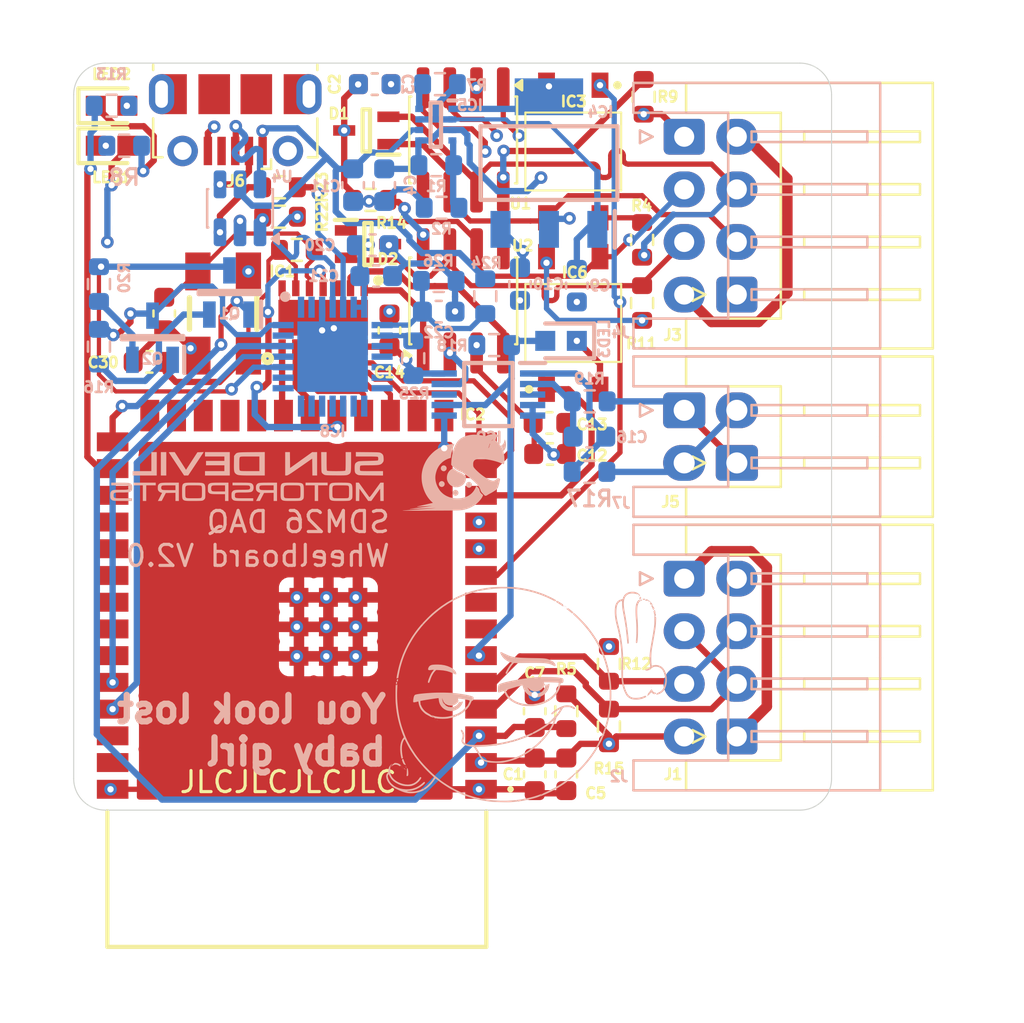
<source format=kicad_pcb>
(kicad_pcb (version 20241229) (generator "pcbnew") (generator_version "9.0")
  (layers (0 "F.Cu" signal) (4 "In1.Cu" signal) (6 "In2.Cu" signal) (2 "B.Cu" signal) (13 "F.Paste" user) (15 "B.Paste" user) (5 "F.SilkS" user "F.Silkscreen") (7 "B.SilkS" user "B.Silkscreen") (1 "F.Mask" user) (3 "B.Mask" user) (25 "Edge.Cuts" user))
  (net 0 "")
  (net 1 "+3.3V")
  (net 2 "GND")
  (net 3 "VCC")
  (net 4 "/CHIP_PU")
  (net 5 "+5V")
  (net 6 "VBUS")
  (net 7 "Net-(IC9-IN+)")
  (net 8 "Net-(IC9-IN-)")
  (net 9 "Net-(IC8-VBUS)")
  (net 10 "Net-(IC1-OSC2)")
  (net 11 "Net-(IC1-OSC1)")
  (net 12 "/CAN1-")
  (net 13 "/CAN1+")
  (net 14 "/CAN2+")
  (net 15 "/CAN2-")
  (net 16 "/CAN_2_INT")
  (net 17 "/I2C1_SDA")
  (net 18 "/UORXD")
  (net 21 "/CAN_2_INT1")
  (net 25 "/UOTXD")
  (net 26 "/USER_LED")
  (net 27 "/SPI_SCK")
  (net 28 "/SPI_MOSI")
  (net 35 "/CAN2_TERM")
  (net 37 "/CAN1_RTX")
  (net 38 "/I2C1_SCL")
  (net 39 "/HE_OUTPUT")
  (net 40 "/GPIO0")
  (net 41 "/CAN1_TERM")
  (net 43 "/CAN_2_INT0")
  (net 46 "/SPI_MISO")
  (net 47 "/CAN2_CS")
  (net 49 "/CAN1_CTX")
  (net 50 "Net-(IC3-Pad6)")
  (net 51 "Net-(IC5-PR1)")
  (net 52 "Net-(IC5-ST)")
  (net 53 "Net-(IC6-Pad6)")
  (net 63 "Net-(IC8-RSTB)")
  (net 64 "Net-(IC8-RTS)")
  (net 69 "/PROG_D+")
  (net 70 "/PROG_D-")
  (net 71 "Net-(IC8-DTR)")
  (net 78 "/WSPD-")
  (net 79 "/WSPD+")
  (net 80 "/USBM_D+")
  (net 82 "/USBM_D-")
  (net 91 "Net-(LED1-K)")
  (net 92 "Net-(LED2-A)")
  (net 93 "Net-(Q1-B)")
  (net 94 "Net-(Q2-B)")
  (net 95 "Net-(U1-Rs)")
  (net 96 "Net-(U2-Rs)")
  (net 97 "Net-(R22-Pad1)")
  (net 98 "Net-(R23-Pad2)")
  (net 100 "/CAN2_RTX")
  (net 102 "/CAN2_CTX")
  (footprint "Connector_USB:USB_Micro-B_Molex-105017-0001" (layer "F.Cu") (at 146.175 83.7125 180)
    (property "Reference" "J6")
    (property "Value" "ESP_USB")
  )
  (footprint "SDM_MiscFootprint:LEDC1608X80N" (layer "F.Cu") (at 140.3 84.926)
    (property "Reference" "LED1")
    (property "Value" "150060RS75000" (hide yes))
  )
  (footprint "Capacitor_SMD:C_0603_1608Metric" (layer "F.Cu") (at 153.5 93.7 90)
    (property "Reference" "C14")
    (property "Value" "100nF")
  )
  (footprint "Capacitor_SMD:C_0603_1608Metric" (layer "F.Cu") (at 161.1 98.1)
    (property "Reference" "C13")
    (property "Value" "100nF")
  )
  (footprint "SDM_MiscFootprint:SOT65P210X110-3N" (layer "F.Cu") (at 152.48 89.6)
    (property "Reference" "D2")
    (property "Value" "ESDCAN03-2BWY" (hide yes))
  )
  (footprint "Resistor_SMD:R_0603_1608Metric" (layer "F.Cu") (at 165.5 92.4 90)
    (property "Reference" "R11")
    (property "Value" "120")
  )
  (footprint "SDM_MiscFootprint:SOT65P210X110-3N" (layer "F.Cu") (at 152.4 84.2 180)
    (property "Reference" "D1")
    (property "Value" "ESDCAN03-2BWY" (hide yes))
  )
  (footprint "SDM_MiscFootprint:SON65P300X450X90-15L-D" (layer "F.Cu") (at 150.35 93.1 -90)
    (property "Reference" "IC1")
    (property "Value" "MCP2518FDT-H_QBB" (hide yes))
  )
  (footprint "Connector_JST:JST_XH_S4B-XH-A_1x04_P2.50mm_Horizontal" (layer "F.Cu") (at 170 113 90)
    (property "Reference" "J1")
    (property "Value" "Conn_01x04_Socket")
  )
  (footprint "Resistor_SMD:R_0603_1608Metric" (layer "F.Cu") (at 148.3 86.9 180)
    (property "Reference" "R23")
    (property "Value" "27")
  )
  (footprint "Resistor_SMD:R_0603_1608Metric" (layer "F.Cu") (at 165.575 82.6 90)
    (property "Reference" "R9")
    (property "Value" "10k")
  )
  (footprint "Capacitor_SMD:C_0603_1608Metric" (layer "F.Cu") (at 142.1 95.2 180)
    (property "Reference" "C30")
    (property "Value" "15pF")
  )
  (footprint "Resistor_SMD:R_0603_1608Metric" (layer "F.Cu") (at 148.3 88.3)
    (property "Reference" "R22")
    (property "Value" "27")
  )
  (footprint "SDM_MiscFootprint:ESP32S3WROOM1N8R8" (layer "F.Cu") (at 149.1 110.25 180)
    (property "Reference" "IC2")
    (property "Value" "ESP32-S3-WROOM-1-N8R8" (hide yes))
  )
  (footprint "SDM_MiscFootprint:TLP266J" (layer "F.Cu") (at 162.23 85.25 -90)
    (property "Reference" "IC3")
    (property "Value" "TLP175A_TPL,E" (hide yes))
  )
  (footprint "Connector_JST:JST_XH_S4B-XH-A_1x04_P2.50mm_Horizontal" (layer "F.Cu") (at 170 92 90)
    (property "Reference" "J3")
    (property "Value" "Conn_01x04_Socket")
  )
  (footprint "Resistor_SMD:R_0603_1608Metric" (layer "F.Cu") (at 161.9 111.8 -90)
    (property "Reference" "R5")
    (property "Value" "10k")
  )
  (footprint "SDM_MiscFootprint:TLP266J" (layer "F.Cu") (at 162.23 93.3 90)
    (property "Reference" "IC6")
    (property "Value" "TLP175A_TPL,E" (hide yes))
  )
  (footprint "Resistor_SMD:R_0603_1608Metric" (layer "F.Cu") (at 149.1 89.875 180)
    (property "Reference" "R55" (hide yes))
    (property "Value" "1M")
  )
  (footprint "Capacitor_SMD:C_0603_1608Metric" (layer "F.Cu") (at 160.4 114.8 -90)
    (property "Reference" "C1")
    (property "Value" "10uF")
  )
  (footprint "Capacitor_SMD:C_0603_1608Metric" (layer "F.Cu") (at 152.8 82 180)
    (property "Reference" "C2")
    (property "Value" "100nF")
  )
  (footprint "Resistor_SMD:R_0603_1608Metric" (layer "F.Cu") (at 163.925 109.55 90)
    (property "Reference" "R12")
    (property "Value" "2.2k")
  )
  (footprint "Capacitor_SMD:C_0603_1608Metric" (layer "F.Cu") (at 161.125 99.575)
    (property "Reference" "C12")
    (property "Value" "100nF")
  )
  (footprint "Capacitor_SMD:C_0603_1608Metric" (layer "F.Cu") (at 160.4 111.8 90)
    (property "Reference" "C7")
    (property "Value" "1uF")
  )
  (footprint "Connector_JST:JST_XH_S2B-XH-A_1x02_P2.50mm_Horizontal" (layer "F.Cu") (at 170 100 90)
    (property "Reference" "J5")
    (property "Value" "Conn_01x02_Socket")
  )
  (footprint "SDM_MiscFootprint:LEDC1608X80N" (layer "F.Cu") (at 140.3 83.026)
    (property "Reference" "LED2")
    (property "Value" "150060GS75000" (hide yes))
  )
  (footprint "SDM_MiscFootprint:ABM3B" (layer "F.Cu") (at 145.6 92.9 90)
    (property "Reference" "Y1" (hide yes))
    (property "Value" "ABM3B-20.000MHZ-10-1-U-T" (hide yes))
  )
  (footprint "MountingHole:MountingHole_3.2mm_M3" (layer "F.Cu") (at 142 88.5)
    (property "Reference" "H1" (hide yes))
    (property "Value" "M2")
  )
  (footprint "Package_SO:SOIC-8_3.9x4.9mm_P1.27mm" (layer "F.Cu") (at 157.005 92.3 90)
    (property "Reference" "U2")
    (property "Value" "SN65HVD230")
  )
  (footprint "Resistor_SMD:R_0603_1608Metric" (layer "F.Cu") (at 152.6 87.5)
    (property "Reference" "R14")
    (property "Value" "10k")
  )
  (footprint "Package_SO:SOIC-8_3.9x4.9mm_P1.27mm" (layer "F.Cu") (at 157 84.65 -90)
    (property "Reference" "U1")
    (property "Value" "SN65HVD230")
  )
  (footprint "Resistor_SMD:R_0603_1608Metric" (layer "F.Cu") (at 163.925 112.525 90)
    (property "Reference" "R15")
    (property "Value" "2.2k")
  )
  (footprint "Capacitor_SMD:C_0603_1608Metric" (layer "F.Cu") (at 161.9 114.8 -90)
    (property "Reference" "C5")
    (property "Value" "100nF")
  )
  (footprint "Capacitor_SMD:C_0603_1608Metric" (layer "F.Cu") (at 142.8 92.9 90)
    (property "Reference" "C29" (hide yes))
    (property "Value" "15pF")
  )
  (footprint "Resistor_SMD:R_0603_1608Metric" (layer "F.Cu") (at 165.5 89.4 -90)
    (property "Reference" "R4")
    (property "Value" "120")
  )
  (footprint "Resistor_SMD:R_0603_1608Metric" (layer "B.Cu") (at 140.9 84.926 180)
    (property "Reference" "R8")
    (property "Value" "68")
  )
  (footprint "SDM_MiscFootprint:QFN50P500X500X80-29N-D" (layer "B.Cu") (at 150.8 94.95 -90)
    (property "Reference" "IC8")
    (property "Value" "CP2102N-A02-GQFN28" (hide yes))
  )
  (footprint "Capacitor_SMD:C_0603_1608Metric" (layer "B.Cu") (at 151.775 86.8 90)
    (property "Reference" "C11")
    (property "Value" "1uF")
  )
  (footprint "Resistor_SMD:R_0603_1608Metric" (layer "B.Cu") (at 139.7 91.5 90)
    (property "Reference" "R20")
    (property "Value" "10k")
  )
  (footprint "SDM_MiscFootprint:SOP50P490X110-10L" (layer "B.Cu") (at 158.2 96.75 180)
    (property "Reference" "IC9")
    (property "Value" "MAX9924UAUB+" (hide yes))
  )
  (footprint "LOGO" (layer "B.Cu") (at 160 111 180)
    (property "Reference" "G***" (hide yes))
    (property "Value" "LOGO" (hide yes))
  )
  (footprint "SDM_MiscFootprint:LEDC1608X80N" (layer "B.Cu") (at 161.65 94.2 180)
    (property "Reference" "LED3")
    (property "Value" "150060RS75000" (hide yes))
  )
  (footprint "Capacitor_SMD:C_0603_1608Metric" (layer "B.Cu") (at 152.7 89.65)
    (property "Reference" "C20")
    (property "Value" "4.7uF")
  )
  (footprint "Capacitor_SMD:C_0603_1608Metric" (layer "B.Cu") (at 155.84 92.81 180)
    (property "Reference" "C22")
    (property "Value" "1uF")
  )
  (footprint "Connector_JST:JST_XH_S4B-XH-A_1x04_P2.50mm_Horizontal" (layer "B.Cu") (at 167.5 105.5 -90)
    (property "Reference" "J2")
    (property "Value" "Conn_01x04_Socket")
  )
  (footprint "Resistor_SMD:R_0603_1608Metric" (layer "B.Cu") (at 140.3 83.026)
    (property "Reference" "R13")
    (property "Value" "5.05")
  )
  (footprint "MountingHole:MountingHole_3.2mm_M3" (layer "B.Cu") (at 162 105 180)
    (property "Reference" "H2" (hide yes))
    (property "Value" "M2")
  )
  (footprint "Connector_JST:JST_XH_S4B-XH-A_1x04_P2.50mm_Horizontal" (layer "B.Cu") (at 167.5 84.5 -90)
    (property "Reference" "J4")
    (property "Value" "Conn_01x04_Socket")
  )
  (footprint "Library:sdmlogo" (layer "B.Cu") (at 149.45 100.55 180)
    (property "Reference" "G***" (hide yes))
    (property "Value" "LOGO" (hide yes))
  )
  (footprint "Capacitor_SMD:C_0603_1608Metric" (layer "B.Cu") (at 163 98.75 180)
    (property "Reference" "C16")
    (property "Value" "1nF")
  )
  (footprint "Resistor_SMD:R_0603_1608Metric" (layer "B.Cu") (at 158.475 94.4)
    (property "Reference" "R18")
    (property "Value" "1k")
  )
  (footprint "Package_TO_SOT_SMD:SOT-23-6" (layer "B.Cu") (at 146.4 87.9 90)
    (property "Reference" "U4")
    (property "Value" "USBLC6-2SC6")
  )
  (footprint "Capacitor_SMD:C_0603_1608Metric" (layer "B.Cu") (at 159.7 91.5 90)
    (property "Reference" "C10")
    (property "Value" "10uF")
  )
  (footprint "Capacitor_SMD:C_0603_1608Metric" (layer "B.Cu") (at 152.87 91.12 180)
    (property "Reference" "C21")
    (property "Value" "100nF")
  )
  (footprint "Capacitor_SMD:C_0603_1608Metric" (layer "B.Cu") (at 162.4 91.575 90)
    (property "Reference" "C9")
    (property "Value" "10uF")
  )
  (footprint "Resistor_SMD:R_0603_1608Metric" (layer "B.Cu") (at 163.0125 97.075 180)
    (property "Reference" "R19")
    (property "Value" "10k")
  )
  (footprint "SDM_MiscFootprint:SOT230P700X180-4N" (layer "B.Cu") (at 161.075 85.75 90)
    (property "Reference" "IC4")
    (property "Value" "MIC37100-3.3WS" (hide yes))
  )
  (footprint "Connector_JST:JST_XH_S2B-XH-A_1x02_P2.50mm_Horizontal" (layer "B.Cu") (at 167.5 97.5 -90)
    (property "Reference" "J7")
    (property "Value" "Conn_01x02_Socket")
  )
  (footprint "Library:wheelyboi" (layer "B.Cu") (at 156.730877 100.605226 180)
    (property "Reference" "G***" (hide yes))
    (property "Value" "LOGO" (hide yes))
  )
  (footprint "Resistor_SMD:R_0603_1608Metric" (layer "B.Cu") (at 158.05 92.075 90)
    (property "Reference" "R24")
    (property "Value" "22.1K")
  )
  (footprint "Resistor_SMD:R_0603_1608Metric" (layer "B.Cu") (at 139.7 94.475 90)
    (property "Reference" "R16")
    (property "Value" "10k")
  )
  (footprint "Resistor_SMD:R_0603_1608Metric" (layer "B.Cu") (at 155.9 82)
    (property "Reference" "R7")
    (property "Value" "10k")
  )
  (footprint "Resistor_SMD:R_0603_1608Metric" (layer "B.Cu") (at 155.84 91.35)
    (property "Reference" "R26")
    (property "Value" "47.5k")
  )
  (footprint "Resistor_SMD:R_0603_1608Metric" (layer "B.Cu") (at 163 100.425 180)
    (property "Reference" "R17")
    (property "Value" "10k")
  )
  (footprint "Resistor_SMD:R_0603_1608Metric" (layer "B.Cu") (at 154.63 95.025 -90)
    (property "Reference" "R25")
    (property "Value" "1k")
  )
  (footprint "Resistor_SMD:R_0603_1608Metric" (layer "B.Cu") (at 155.975 87.875)
    (property "Reference" "R2")
    (property "Value" "10k")
  )
  (footprint "SDM_MiscFootprint:SOT96P237X111-3N" (layer "B.Cu") (at 142.245 94.05 90)
    (property "Reference" "Q2")
    (property "Value" "SOT96P237X111-3N" (hide yes))
  )
  (footprint "SDM_MiscFootprint:SOTFL50P160X60-8L" (layer "B.Cu") (at 155.7 83.925 180)
    (property "Reference" "IC5")
    (property "Value" "TPS2116DRLR" (hide yes))
  )
  (footprint "Resistor_SMD:R_0603_1608Metric" (layer "B.Cu") (at 155.725 85.85 180)
    (property "Reference" "R1")
    (property "Value" "10k")
  )
  (footprint "Capacitor_SMD:C_0603_1608Metric" (layer "B.Cu") (at 153.25 86.8 90)
    (property "Reference" "C4")
    (property "Value" "1uF")
  )
  (footprint "SDM_MiscFootprint:SOT96P237X111-3N" (layer "B.Cu") (at 145.9 91.9 90)
    (property "Reference" "Q1")
    (property "Value" "SOT96P237X111-3N" (hide yes))
  )
  (footprint "Capacitor_SMD:C_0603_1608Metric" (layer "B.Cu") (at 152.8 82 180)
    (property "Reference" "C3")
    (property "Value" "100nF")
  )
  (gr_line (start 138.5 115) (end 138.5 82.5) (stroke (width 0.05)) (layer "Edge.Cuts"))
  (gr_arc (start 140 116.5) (mid 138.93934 116.06066) (end 138.5 115) (stroke (width 0.05)) (layer "Edge.Cuts"))
  (gr_line (start 140 81) (end 173 81) (stroke (width 0.05)) (layer "Edge.Cuts"))
  (gr_arc (start 138.5 82.5) (mid 138.93934 81.43934) (end 140 81) (stroke (width 0.05)) (layer "Edge.Cuts"))
  (gr_line (start 174.5 82.5) (end 174.5 115) (stroke (width 0.05)) (layer "Edge.Cuts"))
  (gr_line (start 173 116.5) (end 140 116.5) (stroke (width 0.05)) (layer "Edge.Cuts"))
  (gr_arc (start 174.5 115) (mid 174.06066 116.06066) (end 173 116.5) (stroke (width 0.05)) (layer "Edge.Cuts"))
  (gr_arc (start 173 81) (mid 174.06066 81.43934) (end 174.5 82.5) (stroke (width 0.05)) (layer "Edge.Cuts"))
  (gr_text "JLCJLCJLCJLC" (at 143.45 115.75 0) (layer "F.SilkS") (effects (font (size 1 1)) (justify left bottom)))
  (gr_text "SDM26 DAQ\nWheelboard V2.0" (at 153.6 105 0) (layer "B.SilkS") (effects (font (size 1 1)) (justify left bottom mirror)))
  (gr_text "You look lost\nbaby girl" (at 153.481274 114.459113 0) (layer "B.SilkS") (effects (font (size 1.25 1.25) (thickness 0.3) (bold yes)) (justify left bottom mirror)))
  (segment (start 158.591043 84.316043) (end 157.948 83.673) (width 0.25) (layer "F.Cu") (net 1))
  (segment (start 157.94 114.15) (end 161.775 114.15) (width 0.3) (layer "F.Cu") (net 1))
  (segment (start 140.3 85.826003) (end 141 85.126003) (width 0.3) (layer "F.Cu") (net 1))
  (segment (start 152.425 94.475) (end 152.3 94.6) (width 0.3) (layer "F.Cu") (net 1))
  (segment (start 153.5 94.475) (end 152.425 94.475) (width 0.3) (layer "F.Cu") (net 1))
  (segment (start 158.591043 84.448036) (end 158.591043 84.316043) (width 0.25) (layer "F.Cu") (net 1))
  (segment (start 140.3 85.826003) (end 140.3 86.8) (width 0.3) (layer "F.Cu") (net 1))
  (segment (start 157.85 114.24) (end 157.94 114.15) (width 0.3) (layer "F.Cu") (net 1))
  (segment (start 157.948 83.673) (end 156.888001 83.673) (width 0.25) (layer "F.Cu") (net 1))
  (segment (start 164.275 113) (end 163.925 113.35) (width 0.3) (layer "F.Cu") (net 1))
  (segment (start 153.5 94.475) (end 153.66564 94.475) (width 0.3) (layer "F.Cu") (net 1))
  (segment (start 163.925 112.959774) (end 163.925 113.35) (width 0.3) (layer "F.Cu") (net 1))
  (segment (start 161.775 114.15) (end 162.575 113.35) (width 0.3) (layer "F.Cu") (net 1))
  (segment (start 162 110.9) (end 162 111.034774) (width 0.3) (layer "F.Cu") (net 1))
  (segment (start 153.66564 94.475) (end 154.28844 95.0978) (width 0.3) (layer "F.Cu") (net 1))
  (segment (start 157.641 94.4) (end 157.64 94.401) (width 0.25) (layer "F.Cu") (net 1))
  (segment (start 162 111.034774) (end 163.925 112.959774) (width 0.3) (layer "F.Cu") (net 1))
  (segment (start 160.375 99.575) (end 160.375 98.1) (width 0.25) (layer "F.Cu") (net 1))
  (segment (start 156.888001 83.673) (end 156.365 83.149999) (width 0.25) (layer "F.Cu") (net 1))
  (segment (start 141 85.126003) (end 141 84.826) (width 0.3) (layer "F.Cu") (net 1))
  (segment (start 157.64 95.515) (end 160.225 98.1) (width 0.25) (layer "F.Cu") (net 1))
  (segment (start 157.64 94.401) (end 157.64 95.515) (width 0.25) (layer "F.Cu") (net 1))
  (segment (start 167.5 113) (end 164.275 113) (width 0.3) (layer "F.Cu") (net 1))
  (segment (start 156.365 83.149999) (end 156.365 82.175) (width 0.25) (layer "F.Cu") (net 1))
  (segment (start 162.575 113.35) (end 163.925 113.35) (width 0.3) (layer "F.Cu") (net 1))
  (via (at 157.641 94.4) (size 0.6) (drill 0.3) (layers "F.Cu" "B.Cu") (net 1))
  (via (at 159.836793 89.936793) (size 0.6) (drill 0.3) (layers "F.Cu" "B.Cu") (net 1))
  (via (at 152.504998 89.630186) (size 0.6) (drill 0.3) (layers "F.Cu" "B.Cu") (net 1))
  (via (at 154.28844 95.0978) (size 0.6) (drill 0.3) (layers "F.Cu" "B.Cu") (net 1))
  (via (at 163.925 108.725) (size 0.6) (drill 0.3) (layers "F.Cu" "B.Cu") (net 1))
  (via (at 158.591043 84.448036) (size 0.6) (drill 0.3) (layers "F.Cu" "B.Cu") (net 1))
  (via (at 157.85 114.24) (size 0.6) (drill 0.3) (layers "F.Cu" "B.Cu") (net 1))
  (via (at 153.575 82) (size 0.6) (drill 0.3) (layers "F.Cu" "B.Cu") (net 1))
  (via (at 163.925 113.35) (size 0.6) (drill 0.3) (layers "F.Cu" "B.Cu") (net 1))
  (via (at 140.3 86.8) (size 0.6) (drill 0.3) (layers "F.Cu" "B.Cu") (net 1))
  (via (at 140.1 89.5) (size 0.6) (drill 0.3) (layers "F.Cu" "B.Cu") (net 1))
  (segment (start 152.485184 89.65) (end 152.504998 89.630186) (width 0.3) (layer "B.Cu") (net 1))
  (segment (start 152.3 91.325) (end 152.095 91.12) (width 0.25) (layer "B.Cu") (net 1))
  (segment (start 152.095 91.12) (end 152.095 89.82) (width 0.25) (layer "B.Cu") (net 1))
  (segment (start 154.73 95.75) (end 154.63 95.85) (width 0.3) (layer "B.Cu") (net 1))
  (segment (start 140.1 87) (end 140.1 89.5) (width 0.3) (layer "B.Cu") (net 1))
  (segment (start 152.3 92.6) (end 152.3 91.325) (width 0.25) (layer "B.Cu") (net 1))
  (segment (start 158.8 88.9) (end 159.836793 89.936793) (width 0.3) (layer "B.Cu") (net 1))
  (segment (start 157.641 94.4) (end 157.65 94.4) (width 0.25) (layer "B.Cu") (net 1))
  (segment (start 151.8 92.6) (end 152.3 92.6) (width 0.25) (layer "B.Cu") (net 1))
  (segment (start 158.775 88.4) (end 158.775 88.85) (width 0.3) (layer "B.Cu") (net 1))
  (segment (start 154.63 95.85) (end 154.63 95.605) (width 0.3) (layer "B.Cu") (net 1))
  (segment (start 159.836793 89.936793) (end 159.836793 90.588207) (width 0.3) (layer "B.Cu") (net 1))
  (segment (start 140.3 86.8) (end 140.1 87) (width 0.3) (layer "B.Cu") (net 1))
  (segment (start 151.925 89.65) (end 152.485184 89.65) (width 0.3) (layer "B.Cu") (net 1))
  (segment (start 159.836793 90.588207) (end 159.7 90.725) (width 0.3) (layer "B.Cu") (net 1))
  (segment (start 156.1 95.75) (end 154.73 95.75) (width 0.3) (layer "B.Cu") (net 1))
  (segment (start 154.63 95.605) (end 154.3 95.275) (width 0.3) (layer "B.Cu") (net 1))
  (segment (start 158.775 88.9) (end 158.8 88.9) (width 0.3) (layer "B.Cu") (net 1))
  (segment (start 144.875 85.175) (end 144.875 84.323621) (width 0.3) (layer "F.Cu") (net 2))
  (segment (start 149.748002 93.600002) (end 150.857081 93.600002) (width 0.25) (layer "F.Cu") (net 2))
  (segment (start 143.175 93.675) (end 144.05 94.55) (width 0.3) (layer "F.Cu") (net 2))
  (segment (start 156.01 115.51) (end 156 115.5) (width 0.3) (layer "F.Cu") (net 2))
  (segment (start 153.5 92.799998) (end 153.5 92.925) (width 0.25) (layer "F.Cu") (net 2))
  (segment (start 140.25 115.51) (end 141.99 115.51) (width 0.25) (layer "F.Cu") (net 2))
  (segment (start 142.3 84.474) (end 142.3 85.626) (width 0.3) (layer "F.Cu") (net 2))
  (segment (start 168.801 104.199) (end 170.663892 104.199) (width 0.5) (layer "F.Cu") (net 2))
  (segment (start 160.11 115.51) (end 160.3 115.7) (width 0.3) (layer "F.Cu") (net 2))
  (segment (start 139.525 83.026) (end 140.499 84) (width 0.3) (layer "F.Cu") (net 2))
  (segment (start 170.663892 104.199) (end 171.426 104.961108) (width 0.5) (layer "F.Cu") (net 2))
  (segment (start 151.775 87.5) (end 151.775 87.2) (width 0.3) (layer "F.Cu") (net 2))
  (segment (start 167.5 105.5) (end 168.801 104.199) (width 0.5) (layer "F.Cu") (net 2))
  (segment (start 151.35 84.2) (end 151.35 82.675) (width 0.3) (layer "F.Cu") (net 2))
  (segment (start 163.5 95.3) (end 162.4 94.2) (width 0.3) (layer "F.Cu") (net 2))
  (segment (start 160.3 115.7) (end 161.775 115.7) (width 0.3) (layer "F.Cu") (net 2))
  (segment (start 144.05 94.55) (end 144.4 94.9) (width 0.3) (layer "F.Cu") (net 2))
  (segment (start 151.775 87.2) (end 151.35 86.775) (width 0.3) (layer "F.Cu") (net 2))
  (segment (start 151.35 84.2) (end 151.35 86.775) (width 0.3) (layer "F.Cu") (net 2))
  (segment (start 141.826 84) (end 142.3 84.474) (width 0.3) (layer "F.Cu") (net 2))
  (segment (start 141.325 95.2) (end 141.325 95.15) (width 0.3) (layer "F.Cu") (net 2))
  (segment (start 144.875 84.323621) (end 145.175862 84.022759) (width 0.3) (layer "F.Cu") (net 2))
  (segment (start 142.3 85.626) (end 141.8 86.126) (width 0.3) (layer "F.Cu") (net 2))
  (segment (start 142 115.5) (end 141.99 115.51) (width 0.25) (layer "F.Cu") (net 2))
  (segment (start 157.75 115.51) (end 160.11 115.51) (width 0.3) (layer "F.Cu") (net 2))
  (segment (start 171.426 111.574) (end 170 113) (width 0.5) (layer "F.Cu") (net 2))
  (segment (start 161.875 98.1) (end 161.875 99.55) (width 0.3) (layer "F.Cu") (net 2))
  (segment (start 166.425 83.425) (end 167.5 84.5) (width 0.3) (layer "F.Cu") (net 2))
  (segment (start 163.5 96.5) (end 163.5 95.3) (width 0.3) (layer "F.Cu") (net 2))
  (segment (start 171.426 104.961108) (end 171.426 111.574) (width 0.5) (layer "F.Cu") (net 2))
  (segment (start 161.325 99.575) (end 161.3 99.6) (width 0.3) (layer "F.Cu") (net 2))
  (segment (start 140.499 84) (end 141.826 84) (width 0.3) (layer "F.Cu") (net 2))
  (segment (start 141.325 95.15) (end 142.8 93.675) (width 0.3) (layer "F.Cu") (net 2))
  (segment (start 148.4 91.7) (end 148.4 92.252) (width 0.25) (layer "F.Cu") (net 2))
  (segment (start 161.875 99.55) (end 161.9 99.575) (width 0.3) (layer "F.Cu") (net 2))
  (segment (start 148.4 92.252) (end 149.748002 93.600002) (width 0.25) (layer "F.Cu") (net 2))
  (segment (start 165.575 83.425) (end 166.425 83.425) (width 0.3) (layer "F.Cu") (net 2))
  (segment (start 157.75 115.51) (end 156.01 115.51) (width 0.3) (layer "F.Cu") (net 2))
  (segment (start 151.35 82.675) (end 152.0125 82.0125) (width 0.3) (layer "F.Cu") (net 2))
  (segment (start 152.0125 82.0125) (end 152.025 82) (width 0.3) (layer "F.Cu") (net 2))
  (segment (start 161.9 99.575) (end 161.325 99.575) (width 0.3) (layer "F.Cu") (net 2))
  (segment (start 142.8 93.675) (end 143.175 93.675) (width 0.3) (layer "F.Cu") (net 2))
  (via (at 165.575 83.425) (size 0.6) (drill 0.3) (layers "F.Cu" "B.Cu") (net 2))
  (via (at 151.9 106.39) (size 0.6) (drill 0.3) (layers "F.Cu" "B.Cu") (net 2))
  (via (at 150.5 106.39) (size 0.6) (drill 0.3) (layers "F.Cu" "B.Cu") (net 2))
  (via (at 157.75 115.51) (size 0.6) (drill 0.3) (layers "F.Cu" "B.Cu") (net 2))
  (via (at 162.05 88.375) (size 0.6) (drill 0.3) (layers "F.Cu" "B.Cu") (net 2))
  (via (at 162.4 94.2) (size 0.6) (drill 0.3) (layers "F.Cu" "B.Cu") (net 2))
  (via (at 156.1 99.3) (size 0.6) (drill 0.3) (layers "F.Cu" "B.Cu") (net 2))
  (via (at 140.25 115.51) (size 0.6) (drill 0.3) (layers "F.Cu" "B.Cu") (net 2))
  (via (at 150.857081 93.600002) (size 0.6) (drill 0.3) (layers "F.Cu" "B.Cu") (net 2))
  (via (at 157.635 82.175) (size 0.6) (drill 0.3) (layers "F.Cu" "B.Cu") (net 2))
  (via (at 150.3 93.7) (size 0.6) (drill 0.3) (layers "F.Cu" "B.Cu") (net 2))
  (via (at 151.9 107.79) (size 0.6) (drill 0.3) (layers "F.Cu" "B.Cu") (net 2))
  (via (at 150.5 107.79) (size 0.6) (drill 0.3) (layers "F.Cu" "B.Cu") (net 2))
  (via (at 152.0125 82.0125) (size 0.6) (drill 0.3) (layers "F.Cu" "B.Cu") (net 2))
  (via (at 156.37 94.775) (size 0.6) (drill 0.3) (layers "F.Cu" "B.Cu") (net 2))
  (via (at 149.1 106.39) (size 0.6) (drill 0.3) (layers "F.Cu" "B.Cu") (net 2))
  (via (at 156.615 92.8) (size 0.6) (drill 0.3) (layers "F.Cu" "B.Cu") (net 2))
  (via (at 160.4 111.025) (size 0.6) (drill 0.3) (layers "F.Cu" "B.Cu") (net 2))
  (via (at 153.475 89.65) (size 0.6) (drill 0.3) (layers "F.Cu" "B.Cu") (net 2))
  (via (at 151.35 84.2) (size 0.6) (drill 0.3) (layers "F.Cu" "B.Cu") (net 2))
  (via (at 162.4 92.35) (size 0.6) (drill 0.3) (layers "F.Cu" "B.Cu") (net 2))
  (via (at 149.1 109.19) (size 0.6) (drill 0.3) (layers "F.Cu" "B.Cu") (net 2))
  (via (at 159.7 92.275) (size 0.6) (drill 0.3) (layers "F.Cu" "B.Cu") (net 2))
  (via (at 144.05 94.55) (size 0.6) (drill 0.3) (layers "F.Cu" "B.Cu") (net 2))
  (via (at 153.5 92.799998) (size 0.6) (drill 0.3) (layers "F.Cu" "B.Cu") (net 2))
  (via (at 141.8 86.126) (size 0.6) (drill 0.3) (layers "F.Cu" "B.Cu") (net 2))
  (via (at 150.5 109.19) (size 0.6) (drill 0.3) (layers "F.Cu" "B.Cu") (net 2))
  (via (at 152.525 87.565093) (size 0.6) (drill 0.3) (layers "F.Cu" "B.Cu") (net 2))
  (via (at 161.3 99.6) (size 0.6) (drill 0.3) (layers "F.Cu" "B.Cu") (net 2))
  (via (at 146.8 90.9) (size 0.6) (drill 0.3) (layers "F.Cu" "B.Cu") (net 2))
  (via (at 145.175862 84.022759) (size 0.6) (drill 0.3) (layers "F.Cu" "B.Cu") (net 2))
  (via (at 151.9 109.19) (size 0.6) (drill 0.3) (layers "F.Cu" "B.Cu") (net 2))
  (via (at 146.4 88.5) (size 0.6) (drill 0.3) (layers "F.Cu" "B.Cu") (net 2))
  (via (at 161.075 82.1) (size 0.6) (drill 0.3) (layers "F.Cu" "B.Cu") (net 2))
  (via (at 149.1 107.79) (size 0.6) (drill 0.3) (layers "F.Cu" "B.Cu") (net 2))
  (segment (start 160.3 97.25) (end 160.3 97.75) (width 0.3) (layer "B.Cu") (net 2))
  (segment (start 152.515093 87.575) (end 152.525 87.565093) (width 0.3) (layer "B.Cu") (net 2))
  (segment (start 156.615 92.81) (end 156.615 92.8) (width 0.3) (layer "B.Cu") (net 2))
  (segment (start 156.665 91.35) (end 155.839 90.524) (width 0.3) (layer "B.Cu") (net 2))
  (segment (start 155.15 87.65) (end 155.15 87.875) (width 0.3) (layer "B.Cu") (net 2))
  (segment (start 160.3 98.6) (end 161.3 99.6) (width 0.3) (layer "B.Cu") (net 2))
  (segment (start 146.4 89.0375) (end 146.4 88.5) (width 0.3) (layer "B.Cu") (net 2))
  (segment (start 154.241 90.524) (end 153.475 89.758) (width 0.3) (layer "B.Cu") (net 2))
  (segment (start 150.3 92.6) (end 150.3 93.7) (width 0.3) (layer "B.Cu") (net 2))
  (segment (start 154.241 90.524) (end 153.645 91.12) (width 0.3) (layer "B.Cu") (net 2))
  (segment (start 155.839 90.524) (end 154.241 90.524) (width 0.3) (layer "B.Cu") (net 2))
  (segment (start 156.1 97.75) (end 156.1 99.3) (width 0.3) (layer "B.Cu") (net 2))
  (segment (start 141.725 84.926) (end 141.725 86.051) (width 0.3) (layer "B.Cu") (net 2))
  (segment (start 154.5 87) (end 155.15 87.65) (width 0.3) (layer "B.Cu") (net 2))
  (segment (start 157.1 95.505) (end 156.37 94.775) (width 0.3) (layer "B.Cu") (net 2))
  (segment (start 162.025 88.4) (end 162.05 88.375) (width 0.3) (layer "B.Cu") (net 2))
  (segment (start 150.3 94.45) (end 150.8 94.95) (width 0.3) (layer "B.Cu") (net 2))
  (segment (start 150.3 93.7) (end 150.3 94.45) (width 0.3) (layer "B.Cu") (net 2))
  (segment (start 153.475 89.758) (end 153.475 89.65) (width 0.3) (layer "B.Cu") (net 2))
  (segment (start 156.488 83.175) (end 160 83.175) (width 0.3) (layer "B.Cu") (net 2))
  (segment (start 160.3 97.75) (end 160.3 98.6) (width 0.3) (layer "B.Cu") (net 2))
  (segment (start 156.615 91.4) (end 156.665 91.35) (width 0.3) (layer "B.Cu") (net 2))
  (segment (start 153.25 87.575) (end 152.25 87.575) (width 0.3) (layer "B.Cu") (net 2))
  (segment (start 156.1 96.25) (end 156.85 96.25) (width 0.3) (layer "B.Cu") (net 2))
  (segment (start 151.775 87.575) (end 152.515093 87.575) (width 0.3) (layer "B.Cu") (net 2))
  (segment (start 153.25 87.575) (end 153.825 87) (width 0.3) (layer "B.Cu") (net 2))
  (segment (start 157.1 96) (end 157.1 95.505) (width 0.3) (layer "B.Cu") (net 2))
  (segment (start 156.85 96.25) (end 157.1 96) (width 0.3) (layer "B.Cu") (net 2))
  (segment (start 141.725 86.051) (end 141.8 86.126) (width 0.3) (layer "B.Cu") (net 2))
  (segment (start 156.615 92.1) (end 156.615 91.4) (width 0.3) (layer "B.Cu") (net 2))
  (segment (start 152.25 87.575) (end 152.2 87.625) (width 0.3) (layer "B.Cu") (net 2))
  (segment (start 160 83.175) (end 161.075 82.1) (width 0.3) (layer "B.Cu") (net 2))
  (segment (start 161.075 88.4) (end 162.025 88.4) (width 0.3) (layer "B.Cu") (net 2))
  (segment (start 153.825 87) (end 154.5 87) (width 0.3) (layer "B.Cu") (net 2))
  (segment (start 156.615 92.8) (end 156.615 92.1) (width 0.3) (layer "B.Cu") (net 2))
  (segment (start 167.5 92) (end 168.801 93.301) (width 0.5) (layer "F.Cu") (net 3))
  (segment (start 168.801 93.301) (end 171.022292 93.301) (width 0.5) (layer "F.Cu") (net 3))
  (segment (start 171.022292 93.301) (end 172.4 91.923292) (width 0.5) (layer "F.Cu") (net 3))
  (segment (start 172.4 86.5) (end 170.4 84.5) (width 0.5) (layer "F.Cu") (net 3))
  (segment (start 170.4 84.5) (end 170 84.5) (width 0.5) (layer "F.Cu") (net 3))
  (segment (start 172.4 91.923292) (end 172.4 86.5) (width 0.5) (layer "F.Cu") (net 3))
  (via (at 160.7 86.44) (size 0.6) (drill 0.3) (layers "F.Cu" "B.Cu") (net 3))
  (segment (start 160.059 87.081) (end 160.7 86.44) (width 0.3) (layer "B.Cu") (net 3))
  (segment (start 154.875 85.875) (end 154.875 84.712) (width 0.3) (layer "B.Cu") (net 3))
  (segment (start 158.635346 87.081) (end 160.059 87.081) (width 0.3) (layer "B.Cu") (net 3))
  (segment (start 155.4515 84.675) (end 154.912 84.675) (width 0.3) (layer "B.Cu") (net 3))
  (segment (start 157.31 84.91) (end 157.31 85.755654) (width 0.3) (layer "B.Cu") (net 3))
  (segment (start 156.488 84.175) (end 156.950997 84.175) (width 0.3) (layer "B.Cu") (net 3))
  (segment (start 157.31 85.755654) (end 158.635346 87.081) (width 0.3) (layer "B.Cu") (net 3))
  (segment (start 157.2 84.424003) (end 157.2 84.8) (width 0.3) (layer "B.Cu") (net 3))
  (segment (start 154.725 86.025) (end 154.9 85.85) (width 0.3) (layer "B.Cu") (net 3))
  (segment (start 156.950997 84.175) (end 157.2 84.424003) (width 0.3) (layer "B.Cu") (net 3))
  (segment (start 155.9515 84.175) (end 155.4515 84.675) (width 0.3) (layer "B.Cu") (net 3))
  (segment (start 154.875 84.712) (end 154.912 84.675) (width 0.3) (layer "B.Cu") (net 3))
  (segment (start 153.25 86.025) (end 154.725 86.025) (width 0.3) (layer "B.Cu") (net 3))
  (segment (start 157.2 84.8) (end 157.31 84.91) (width 0.3) (layer "B.Cu") (net 3))
  (segment (start 156.488 84.175) (end 155.9515 84.175) (width 0.3) (layer "B.Cu") (net 3))
  (segment (start 157.75 112.97) (end 159.005 112.97) (width 0.3) (layer "F.Cu") (net 4))
  (segment (start 161.725 112.725) (end 161.775 112.775) (width 0.3) (layer "F.Cu") (net 4))
  (segment (start 146.25 92.300002) (end 145.5 93.050002) (width 0.25) (layer "F.Cu") (net 4))
  (segment (start 159.005 112.97) (end 159.425 112.55) (width 0.3) (layer "F.Cu") (net 4))
  (segment (start 160.5 112.55) (end 162 112.55) (width 0.3) (layer "F.Cu") (net 4))
  (segment (start 145.5 93.050002) (end 145.5 94.37224) (width 0.25) (layer "F.Cu") (net 4))
  (segment (start 159.425 112.55) (end 160.5 112.55) (width 0.3) (layer "F.Cu") (net 4))
  (via (at 145.5 94.37224) (size 0.6) (drill 0.3) (layers "F.Cu" "B.Cu") (net 4))
  (via (at 146.25 92.300002) (size 0.6) (drill 0.3) (layers "F.Cu" "B.Cu") (net 4))
  (via (at 157.75 112.97) (size 0.6) (drill 0.3) (layers "F.Cu" "B.Cu") (net 4))
  (segment (start 139.6 100.3) (end 145.5 94.4) (width 0.3) (layer "B.Cu") (net 4))
  (segment (start 146.855 92.905002) (end 146.25 92.300002) (width 0.25) (layer "B.Cu") (net 4))
  (segment (start 139.6 112.9) (end 139.6 100.3) (width 0.3) (layer "B.Cu") (net 4))
  (segment (start 142.7 116) (end 139.6 112.9) (width 0.3) (layer "B.Cu") (net 4))
  (segment (start 145.5 94.4) (end 145.5 94.37224) (width 0.3) (layer "B.Cu") (net 4))
  (segment (start 146.855 92.95) (end 146.855 92.905002) (width 0.25) (layer "B.Cu") (net 4))
  (segment (start 157.75 112.97) (end 154.72 116) (width 0.3) (layer "B.Cu") (net 4))
  (segment (start 154.72 116) (end 142.7 116) (width 0.3) (layer "B.Cu") (net 4))
  (segment (start 163.375 86.175) (end 163.375 88.4) (width 0.3) (layer "B.Cu") (net 5))
  (segment (start 156.488 83.675) (end 155.7 83.675) (width 0.3) (layer "B.Cu") (net 5))
  (segment (start 156.725 82) (end 155.7 83.025) (width 0.3) (layer "B.Cu") (net 5))
  (segment (start 155.7 83.675) (end 154.912 83.675) (width 0.3) (layer "B.Cu") (net 5))
  (segment (start 156.488 83.675) (end 159.048 83.675) (width 0.2) (layer "B.Cu") (net 5))
  (segment (start 159.222 83.849) (end 161.049 83.849) (width 0.2) (layer "B.Cu") (net 5))
  (segment (start 155.7 83.025) (end 155.7 83.675) (width 0.3) (layer "B.Cu") (net 5))
  (segment (start 162.4 89.375) (end 163.375 88.4) (width 0.3) (layer "B.Cu") (net 5))
  (segment (start 162.4 90.325) (end 162.4 89.375) (width 0.3) (layer "B.Cu") (net 5))
  (segment (start 159.048 83.675) (end 159.222 83.849) (width 0.2) (layer "B.Cu") (net 5))
  (segment (start 161.049 83.849) (end 163.375 86.175) (width 0.2) (layer "B.Cu") (net 5))
  (segment (start 156.725 81.8) (end 156.5 81.8) (width 0.3) (layer "B.Cu") (net 5))
  (segment (start 147.475 85.175) (end 147.475 84.225) (width 0.3) (layer "F.Cu") (net 6))
  (via (at 147.475 84.225) (size 0.6) (drill 0.3) (layers "F.Cu" "B.Cu") (net 6))
  (segment (start 154.449 89.253261) (end 154.449 89.418654) (width 0.3) (layer "B.Cu") (net 6))
  (segment (start 148.224 87.776) (end 150.510847 85.489153) (width 0.3) (layer "B.Cu") (net 6))
  (segment (start 151.775 86.025) (end 152.551 85.249) (width 0.3) (layer "B.Cu") (net 6))
  (segment (start 151.046694 86.025) (end 151.775 86.025) (width 0.3) (layer "B.Cu") (net 6))
  (segment (start 146.4 86.7625) (end 146.4 87.187678) (width 0.3) (layer "B.Cu") (net 6))
  (segment (start 153.795739 88.6) (end 154.449 89.253261) (width 0.3) (layer "B.Cu") (net 6))
  (segment (start 150.949 88.044822) (end 151.504178 88.6) (width 0.3) (layer "B.Cu") (net 6))
  (segment (start 154.574418 84.175) (end 154.912 84.175) (width 0.25) (layer "B.Cu") (net 6))
  (segment (start 147.475 84.225) (end 147.601 84.099) (width 0.3) (layer "B.Cu") (net 6))
  (segment (start 154.45 89.42107) (end 155.05193 90.023) (width 0.3) (layer "B.Cu") (net 6))
  (segment (start 147.601 84.099) (end 149.120694 84.099) (width 0.3) (layer "B.Cu") (net 6))
  (segment (start 149.120694 84.099) (end 150.510847 85.489153) (width 0.3) (layer "B.Cu") (net 6))
  (segment (start 151.046694 86.025) (end 150.949 86.122694) (width 0.3) (layer "B.Cu") (net 6))
  (segment (start 154.449 89.418654) (end 154.45 89.419654) (width 0.3) (layer "B.Cu") (net 6))
  (segment (start 156.823 90.023) (end 158.05 91.25) (width 0.3) (layer "B.Cu") (net 6))
  (segment (start 150.510847 85.489153) (end 151.046694 86.025) (width 0.3) (layer "B.Cu") (net 6))
  (segment (start 146.988322 87.776) (end 148.224 87.776) (width 0.3) (layer "B.Cu") (net 6))
  (segment (start 154.45 89.419654) (end 154.45 89.42107) (width 0.3) (layer "B.Cu") (net 6))
  (segment (start 152.551 85.249) (end 152.765534 85.249) (width 0.3) (layer "B.Cu") (net 6))
  (segment (start 151.504178 88.6) (end 153.795739 88.6) (width 0.3) (layer "B.Cu") (net 6))
  (segment (start 146.4 87.187678) (end 146.988322 87.776) (width 0.3) (layer "B.Cu") (net 6))
  (segment (start 150.949 86.122694) (end 150.949 88.044822) (width 0.3) (layer "B.Cu") (net 6))
  (segment (start 153.500418 85.249) (end 154.574418 84.175) (width 0.25) (layer "B.Cu") (net 6))
  (segment (start 155.05193 90.023) (end 156.823 90.023) (width 0.3) (layer "B.Cu") (net 6))
  (segment (start 152.765534 85.249) (end 153.500418 85.249) (width 0.25) (layer "B.Cu") (net 6))
  (segment (start 163 96.40563) (end 162.34437 95.75) (width 0.3) (layer "B.Cu") (net 7))
  (segment (start 163.775 98.75) (end 163.775 98.625) (width 0.3) (layer "B.Cu") (net 7))
  (segment (start 162.1 100.425) (end 163.775 98.75) (width 0.3) (layer "B.Cu") (net 7))
  (segment (start 163.775 98.625) (end 163 97.85) (width 0.3) (layer "B.Cu") (net 7))
  (segment (start 162.34437 95.75) (end 160.3 95.75) (width 0.3) (layer "B.Cu") (net 7))
  (segment (start 163 97.85) (end 163 96.40563) (width 0.3) (layer "B.Cu") (net 7))
  (segment (start 162.0875 100.425) (end 162.1 100.425) (width 0.3) (layer "B.Cu") (net 7))
  (segment (start 162.225 97.2) (end 162.1 97.075) (width 0.3) (layer "B.Cu") (net 8))
  (segment (start 161.275 96.25) (end 162.1 97.075) (width 0.3) (layer "B.Cu") (net 8))
  (segment (start 162.225 98.75) (end 162.225 98.725) (width 0.3) (layer "B.Cu") (net 8))
  (segment (start 162.225 98.725) (end 162.375 98.575) (width 0.3) (layer "B.Cu") (net 8))
  (segment (start 160.3 96.25) (end 161.275 96.25) (width 0.3) (layer "B.Cu") (net 8))
  (segment (start 162.225 98.75) (end 162.225 97.2) (width 0.3) (layer "B.Cu") (net 8))
  (segment (start 155.065 92.81) (end 155.065 91.4) (width 0.25) (layer "B.Cu") (net 9))
  (segment (start 155.065 91.4) (end 155.015 91.35) (width 0.25) (layer "B.Cu") (net 9))
  (segment (start 155.065 92.81) (end 155.866 93.611) (width 0.25) (layer "B.Cu") (net 9))
  (segment (start 157.339 93.611) (end 158.05 92.9) (width 0.25) (layer "B.Cu") (net 9))
  (segment (start 155.866 93.611) (end 157.339 93.611) (width 0.25) (layer "B.Cu") (net 9))
  (segment (start 155.015 91.35) (end 155.015 91.02) (width 0.25) (layer "B.Cu") (net 9))
  (segment (start 155.065 92.81) (end 154.425 93.45) (width 0.25) (layer "B.Cu") (net 9))
  (segment (start 154.425 93.45) (end 153.15 93.45) (width 0.25) (layer "B.Cu") (net 9))
  (segment (start 149.574 91.123943) (end 149.574 90.626057) (width 0.2) (layer "F.Cu") (net 10))
  (segment (start 149.925 90.275057) (end 149.925 89.875) (width 0.2) (layer "F.Cu") (net 10))
  (segment (start 149.125 89.1) (end 146.237443 89.1) (width 0.2) (layer "F.Cu") (net 10))
  (segment (start 149.574 90.626057) (end 149.925 90.275057) (width 0.2) (layer "F.Cu") (net 10))
  (segment (start 144.437443 90.9) (end 144.4 90.9) (width 0.2) (layer "F.Cu") (net 10))
  (segment (start 144.4 90.9) (end 144.025 90.9) (width 0.3) (layer "F.Cu") (net 10))
  (segment (start 142.8 92.125) (end 143.175 92.125) (width 0.2) (layer "F.Cu") (net 10))
  (segment (start 149.7 91.7) (end 149.7 91.249943) (width 0.2) (layer "F.Cu") (net 10))
  (segment (start 149.7 91.249943) (end 149.574 91.123943) (width 0.2) (layer "F.Cu") (net 10))
  (segment (start 144.4 90.9) (end 144.508154 90.9) (width 0.3) (layer "F.Cu") (net 10))
  (segment (start 149.925 89.9) (end 149.125 89.1) (width 0.2) (layer "F.Cu") (net 10))
  (segment (start 146.237443 89.1) (end 144.437443 90.9) (width 0.2) (layer "F.Cu") (net 10))
  (segment (start 143.175 92.125) (end 144.4 90.9) (width 0.2) (layer "F.Cu") (net 10))
  (segment (start 143.351 96.151) (end 142.875 95.675) (width 0.3) (layer "F.Cu") (net 11))
  (segment (start 147.751 90.399) (end 148.275 89.875) (width 0.2) (layer "F.Cu") (net 11))
  (segment (start 149.05 90.65) (end 149.05 91.7) (width 0.2) (layer "F.Cu") (net 11))
  (segment (start 148.275 89.875) (end 149.05 90.65) (width 0.2) (layer "F.Cu") (net 11))
  (segment (start 142.875 95.675) (end 142.875 95.2) (width 0.3) (layer "F.Cu") (net 11))
  (segment (start 147.751 91.873) (end 147.751 90.399) (width 0.2) (layer "F.Cu") (net 11))
  (segment (start 146.8 92.824) (end 147.751 91.873) (width 0.2) (layer "F.Cu") (net 11))
  (segment (start 148.275 89.9) (end 148.375 89.9) (width 0.3) (layer "F.Cu") (net 11))
  (segment (start 146.679346 94.9) (end 145.428346 96.151) (width 0.3) (layer "F.Cu") (net 11))
  (segment (start 146.8 94.9) (end 146.679346 94.9) (width 0.3) (layer "F.Cu") (net 11))
  (segment (start 148.25 90.2) (end 148.275 90.2) (width 0.3) (layer "F.Cu") (net 11))
  (segment (start 145.428346 96.151) (end 143.351 96.151) (width 0.3) (layer "F.Cu") (net 11))
  (segment (start 146.8 94.9) (end 146.8 92.824) (width 0.2) (layer "F.Cu") (net 11))
  (segment (start 160.199 88.501) (end 160.2 88.5) (width 0.25) (layer "F.Cu") (net 12))
  (segment (start 156.365 87.529868) (end 157.336132 88.501) (width 0.25) (layer "F.Cu") (net 12))
  (segment (start 153.45 84.85) (end 155.064999 84.85) (width 0.3) (layer "F.Cu") (net 12))
  (segment (start 160.81 88.5) (end 160.96 88.35) (width 0.25) (layer "F.Cu") (net 12))
  (segment (start 156.365 87.125) (end 156.365 87.529868) (width 0.25) (layer "F.Cu") (net 12))
  (segment (start 162.01 87.3) (end 165.5 87.3) (width 0.25) (layer "F.Cu") (net 12))
  (segment (start 165.5 87.3) (end 166.4 88.2) (width 0.25) (layer "F.Cu") (net 12))
  (segment (start 160.96 88.35) (end 162.01 87.3) (width 0.25) (layer "F.Cu") (net 12))
  (segment (start 157.336132 88.501) (end 160.199 88.501) (width 0.25) (layer "F.Cu") (net 12))
  (segment (start 155.064999 84.85) (end 156.365 86.150001) (width 0.3) (layer "F.Cu") (net 12))
  (segment (start 168.7 88.2) (end 170 89.5) (width 0.25) (layer "F.Cu") (net 12))
  (segment (start 166.4 88.2) (end 168.7 88.2) (width 0.25) (layer "F.Cu") (net 12))
  (segment (start 160.2 88.5) (end 160.81 88.5) (width 0.25) (layer "F.Cu") (net 12))
  (segment (start 164.369089 85.166144) (end 164.249089 85.166144) (width 0.25) (layer "F.Cu") (net 13))
  (segment (start 170 87) (end 168.8 85.8) (width 0.25) (layer "F.Cu") (net 13))
  (segment (start 163.169089 85.8) (end 163.049089 85.8) (width 0.25) (layer "F.Cu") (net 13))
  (segment (start 153.45 83.55) (end 154.55 83.55) (width 0.3) (layer "F.Cu") (net 13))
  (segment (start 163.409089 86.193856) (end 163.409089 86.04) (width 0.25) (layer "F.Cu") (net 13))
  (segment (start 154.55 83.55) (end 157.635 86.635) (width 0.3) (layer "F.Cu") (net 13))
  (segment (start 157.64 86.46) (end 157.64 87.2) (width 0.25) (layer "F.Cu") (net 13))
  (segment (start 168.8 85.8) (end 164.849089 85.8) (width 0.25) (layer "F.Cu") (net 13))
  (segment (start 164.009089 85.56) (end 164.009089 86.04) (width 0.25) (layer "F.Cu") (net 13))
  (segment (start 158.3 85.8) (end 157.84038 86.259619) (width 0.25) (layer "F.Cu") (net 13))
  (segment (start 164.609089 85.56) (end 164.609089 85.406144) (width 0.25) (layer "F.Cu") (net 13))
  (segment (start 163.049089 85.8) (end 158.3 85.8) (width 0.25) (layer "F.Cu") (net 13))
  (segment (start 157.84038 86.259619) (end 157.64 86.46) (width 0.25) (layer "F.Cu") (net 13))
  (segment (start 164.009089 85.406144) (end 164.009089 85.56) (width 0.25) (layer "F.Cu") (net 13))
  (segment (start 164.009089 86.04) (end 164.009089 86.193856) (width 0.25) (layer "F.Cu") (net 13))
  (segment (start 157.635 86.635) (end 157.635 87.125) (width 0.3) (layer "F.Cu") (net 13))
  (segment (start 163.769089 86.433856) (end 163.649089 86.433856) (width 0.25) (layer "F.Cu") (net 13))
  (via (at 165.6 90.125) (size 0.6) (drill 0.3) (layers "F.Cu" "B.Cu") (net 13))
  (arc (start 164.249089 85.166144) (mid 164.079383 85.236438) (end 164.009089 85.406144) (width 0.25) (layer "F.Cu") (net 13))
  (arc (start 164.849089 85.8) (mid 164.679383 85.729706) (end 164.609089 85.56) (width 0.25) (layer "F.Cu") (net 13))
  (arc (start 164.609089 85.406144) (mid 164.538795 85.236438) (end 164.369089 85.166144) (width 0.25) (layer "F.Cu") (net 13))
  (arc (start 164.009089 86.193856) (mid 163.938795 86.363562) (end 163.769089 86.433856) (width 0.25) (layer "F.Cu") (net 13))
  (arc (start 163.649089 86.433856) (mid 163.479383 86.363562) (end 163.409089 86.193856) (width 0.25) (layer "F.Cu") (net 13))
  (arc (start 163.409089 86.04) (mid 163.338795 85.870294) (end 163.169089 85.8) (width 0.25) (layer "F.Cu") (net 13))
  (segment (start 166.97653 88.2) (end 167.011885 88.2) (width 0.3) (layer "B.Cu") (net 13))
  (segment (start 165.6 90.125) (end 165.6 89.57653) (width 0.3) (layer "B.Cu") (net 13))
  (segment (start 167.011885 88.2) (end 168.8 88.2) (width 0.25) (layer "B.Cu") (net 13))
  (segment (start 165.6 89.57653) (end 166.97653 88.2) (width 0.3) (layer "B.Cu") (net 13))
  (segment (start 170 87) (end 168.8 88.2) (width 0.25) (layer "B.Cu") (net 13))
  (segment (start 156.37 90.207322) (end 155.451322 91.126) (width 0.25) (layer "F.Cu") (net 14))
  (segment (start 164.551458 91.577) (end 165.423 91.577) (width 0.25) (layer "F.Cu") (net 14))
  (segment (start 156.37 89.7) (end 156.37 90.57) (width 0.25) (layer "F.Cu") (net 14))
  (segment (start 151.43 90.36) (end 153.96 90.36) (width 0.25) (layer "F.Cu") (net 14))
  (segment (start 157.377 91.577) (end 160.609142 91.577) (width 0.25) (layer "F.Cu") (net 14))
  (segment (start 161.809142 91.577) (end 164.551458 91.577) (width 0.25) (layer "F.Cu") (net 14))
  (segment (start 160.849142 91.817) (end 160.849142 92.042313) (width 0.25) (layer "F.Cu") (net 14))
  (segment (start 165.423 91.577) (end 167.5 89.5) (width 0.25) (layer "F.Cu") (net 14))
  (segment (start 161.089142 92.282313) (end 161.209142 92.282313) (width 0.25) (layer "F.Cu") (net 14))
  (segment (start 156.37 90.57) (end 157.377 91.577) (width 0.25) (layer "F.Cu") (net 14))
  (segment (start 156.37 89.825) (end 156.37 90.207322) (width 0.25) (layer "F.Cu") (net 14))
  (segment (start 161.689142 91.577) (end 161.809142 91.577) (width 0.25) (layer "F.Cu") (net 14))
  (segment (start 161.449142 92.042313) (end 161.449142 91.817) (width 0.25) (layer "F.Cu") (net 14))
  (segment (start 153.96 90.36) (end 154.726 91.126) (width 0.25) (layer "F.Cu") (net 14))
  (segment (start 155.451322 91.126) (end 154.726 91.126) (width 0.25) (layer "F.Cu") (net 14))
  (arc (start 160.609142 91.577) (mid 160.778848 91.647294) (end 160.849142 91.817) (width 0.25) (layer "F.Cu") (net 14))
  (arc (start 161.449142 91.817) (mid 161.519436 91.647294) (end 161.689142 91.577) (width 0.25) (layer "F.Cu") (net 14))
  (arc (start 161.209142 92.282313) (mid 161.378848 92.212019) (end 161.449142 92.042313) (width 0.25) (layer "F.Cu") (net 14))
  (arc (start 160.849142 92.042313) (mid 160.919436 92.212019) (end 161.089142 92.282313) (width 0.25) (layer "F.Cu") (net 14))
  (segment (start 158.091001 91.126) (end 162.574 91.126) (width 0.25) (layer "F.Cu") (net 15))
  (segment (start 157.64 89.442678) (end 156.721322 88.524) (width 0.25) (layer "F.Cu") (net 15))
  (segment (start 151.44 89.06) (end 151.41 89.06) (width 0.25) (layer "F.Cu") (net 15))
  (segment (start 151.976 88.524) (end 151.44 89.06) (width 0.25) (layer "F.Cu") (net 15))
  (segment (start 164.103289 90.2) (end 164.90329 89.399999) (width 0.25) (layer "F.Cu") (net 15))
  (segment (start 157.64 89.7) (end 157.64 90.674999) (width 0.25) (layer "F.Cu") (net 15))
  (segment (start 156.721322 88.524) (end 151.976 88.524) (width 0.25) (layer "F.Cu") (net 15))
  (segment (start 162.574 91.126) (end 163.5 90.2) (width 0.25) (layer "F.Cu") (net 15))
  (segment (start 163.5 90.2) (end 164.103289 90.2) (width 0.25) (layer "F.Cu") (net 15))
  (segment (start 157.64 89.825) (end 157.64 89.442678) (width 0.25) (layer "F.Cu") (net 15))
  (segment (start 163.5 90.3) (end 163.5 90.2) (width 0.25) (layer "F.Cu") (net 15))
  (segment (start 157.64 90.674999) (end 158.091001 91.126) (width 0.25) (layer "F.Cu") (net 15))
  (via (at 164.90329 89.399999) (size 0.6) (drill 0.3) (layers "F.Cu" "B.Cu") (net 15))
  (segment (start 164.90329 89.399999) (end 165.100001 89.399999) (width 0.25) (layer "B.Cu") (net 15))
  (segment (start 165.100001 89.399999) (end 167.5 87) (width 0.25) (layer "B.Cu") (net 15))
  (segment (start 147.724998 92.826308) (end 147.724998 92.836602) (width 0.3) (layer "F.Cu") (net 16))
  (segment (start 147.683155 92.924452) (end 147.751 92.992297) (width 0.3) (layer "F.Cu") (net 16))
  (segment (start 147.683155 92.878445) (end 147.683155 92.924452) (width 0.3) (layer "F.Cu") (net 16))
  (segment (start 150.175 90.875) (end 150.180763 90.875) (width 0.25) (layer "F.Cu") (net 16))
  (segment (start 150.180763 90.875) (end 150.35 91.044237) (width 0.25) (layer "F.Cu") (net 16))
  (segment (start 147.724998 92.836602) (end 147.683155 92.878445) (width 0.3) (layer "F.Cu") (net 16))
  (segment (start 147.751 92.992297) (end 147.751 96.151) (width 0.3) (layer "F.Cu") (net 16))
  (segment (start 150.35 91.044237) (end 150.35 91.7) (width 0.25) (layer "F.Cu") (net 16))
  (segment (start 147.751 96.151) (end 147.502 96.4) (width 0.3) (layer "F.Cu") (net 16))
  (segment (start 147.502 96.4) (end 147.2 96.4) (width 0.3) (layer "F.Cu") (net 16))
  (via (at 147.2 96.4) (size 0.6) (drill 0.3) (layers "F.Cu" "B.Cu") (net 16))
  (via (at 151.027403 98.293974) (size 0.6) (drill 0.3) (layers "F.Cu" "B.Cu") (net 16))
  (via (at 150.175 90.875) (size 0.6) (drill 0.3) (layers "F.Cu" "B.Cu") (net 16))
  (via (at 147.724998 92.826308) (size 0.6) (drill 0.3) (layers "F.Cu" "B.Cu") (net 16))
  (segment (start 147.724998 92.826308) (end 147.724998 92.723137) (width 0.3) (layer "B.Cu") (net 16))
  (segment (start 150.154819 90.869238) (end 148.430762 90.869238) (width 0.25) (layer "B.Cu") (net 16))
  (segment (start 147.693974 98.293974) (end 151.027403 98.293974) (width 0.3) (layer "B.Cu") (net 16))
  (segment (start 147.1 96.5) (end 147.1 97.7) (width 0.3) (layer "B.Cu") (net 16))
  (segment (start 150.175 90.875) (end 150.160581 90.875) (width 0.25) (layer "B.Cu") (net 16))
  (segment (start 147.1 97.7) (end 147.693974 98.293974) (width 0.3) (layer "B.Cu") (net 16))
  (segment (start 148.430762 90.869238) (end 147.724998 91.575002) (width 0.25) (layer "B.Cu") (net 16))
  (segment (start 150.160581 90.875) (end 150.154819 90.869238) (width 0.25) (layer "B.Cu") (net 16))
  (segment (start 147.2 96.4) (end 147.1 96.5) (width 0.3) (layer "B.Cu") (net 16))
  (segment (start 147.724998 91.575002) (end 147.724998 92.826308) (width 0.25) (layer "B.Cu") (net 16))
  (segment (start 162.259774 109.9) (end 162.826 110.466226) (width 0.3) (layer "F.Cu") (net 17))
  (segment (start 162.826 110.466226) (end 162.826 110.601) (width 0.3) (layer "F.Cu") (net 17))
  (segment (start 158.4 111.7) (end 160.2 109.9) (width 0.3) (layer "F.Cu") (net 17))
  (segment (start 157.75 111.7) (end 158.4 111.7) (width 0.3) (layer "F.Cu") (net 17))
  (segment (start 168.8 111.7) (end 170 110.5) (width 0.3) (layer "F.Cu") (net 17))
  (segment (start 160.2 109.9) (end 162.259774 109.9) (width 0.3) (layer "F.Cu") (net 17))
  (segment (start 162.826 110.601) (end 163.925 111.7) (width 0.3) (layer "F.Cu") (net 17))
  (segment (start 170 110.5) (end 167.5 108) (width 0.3) (layer "F.Cu") (net 17))
  (segment (start 163.925 111.7) (end 168.8 111.7) (width 0.3) (layer "F.Cu") (net 17))
  (via (at 140.35 110.43) (size 0.6) (drill 0.3) (layers "F.Cu" "B.Cu") (net 18))
  (segment (start 145.769654 95.02324) (end 146.151 94.641894) (width 0.3) (layer "B.Cu") (net 18))
  (segment (start 146.151 94.64048) (end 146.34148 94.45) (width 0.3) (layer "B.Cu") (net 18))
  (segment (start 146.151 94.641894) (end 146.151 94.64048) (width 0.3) (layer "B.Cu") (net 18))
  (segment (start 146.34148 94.45) (end 148.45 94.45) (width 0.3) (layer "B.Cu") (net 18))
  (segment (start 145.76824 95.02324) (end 145.769654 95.02324) (width 0.3) (layer "B.Cu") (net 18))
  (segment (start 140.35 110.43) (end 140.35 100.442894) (width 0.3) (layer "B.Cu") (net 18))
  (segment (start 140.35 100.442894) (end 145.769654 95.02324) (width 0.3) (layer "B.Cu") (net 18))
  (segment (start 148.4 94.6) (end 148.4 97.685) (width 0.3) (layer "F.Cu") (net 21))
  (segment (start 148.4 97.715) (end 148.365 97.75) (width 0.25) (layer "F.Cu") (net 21))
  (segment (start 148.4 97.685) (end 148.465 97.75) (width 0.3) (layer "F.Cu") (net 21))
  (via (at 140.35 111.7) (size 0.6) (drill 0.3) (layers "F.Cu" "B.Cu") (net 25))
  (segment (start 140.35 111.7) (end 140.35 111.6) (width 0.3) (layer "B.Cu") (net 25))
  (segment (start 140.35 111.6) (end 141.5 110.45) (width 0.3) (layer "B.Cu") (net 25))
  (segment (start 141.5 100) (end 143.847 97.653) (width 0.3) (layer "B.Cu") (net 25))
  (segment (start 146.55 94.95) (end 143.847 97.653) (width 0.25) (layer "B.Cu") (net 25))
  (segment (start 148.45 94.95) (end 146.55 94.95) (width 0.25) (layer "B.Cu") (net 25))
  (segment (start 141.5 110.45) (end 141.5 100) (width 0.3) (layer "B.Cu") (net 25))
  (segment (start 139.151 86.175) (end 139.151 99.703) (width 0.3) (layer "F.Cu") (net 26))
  (segment (start 139.718 100.27) (end 140.25 100.27) (width 0.3) (layer "F.Cu") (net 26))
  (segment (start 139.151 99.703) (end 139.718 100.27) (width 0.3) (layer "F.Cu") (net 26))
  (segment (start 139.3 86.026) (end 139.151 86.175) (width 0.3) (layer "F.Cu") (net 26))
  (via (at 139.3 86.026) (size 0.6) (drill 0.3) (layers "F.Cu" "B.Cu") (net 26))
  (segment (start 139.5 83.051) (end 139.475 83.026) (width 0.3) (layer "B.Cu") (net 26))
  (segment (start 139.5 84.126) (end 139.5 83.051) (width 0.3) (layer "B.Cu") (net 26))
  (segment (start 139.3 84.326) (end 139.5 84.126) (width 0.3) (layer "B.Cu") (net 26))
  (segment (start 139.3 86.026) (end 139.3 84.326) (width 0.3) (layer "B.Cu") (net 26))
  (segment (start 150.1 96.6) (end 149.7 96.2) (width 0.25) (layer "F.Cu") (net 27))
  (segment (start 152.275 97.75) (end 152.275 96.75) (width 0.25) (layer "F.Cu") (net 27))
  (segment (start 152.125 96.6) (end 150.1 96.6) (width 0.25) (layer "F.Cu") (net 27))
  (segment (start 152.275 96.75) (end 152.125 96.6) (width 0.25) (layer "F.Cu") (net 27))
  (segment (start 149.7 96.2) (end 149.7 94.6) (width 0.25) (layer "F.Cu") (net 27))
  (segment (start 152.175 97.275) (end 152.175 97.75) (width 0.25) (layer "F.Cu") (net 27))
  (segment (start 153.545 96.75) (end 153.545 97.75) (width 0.25) (layer "F.Cu") (net 28))
  (segment (start 152.631405 96.468595) (end 153.263595 96.468595) (width 0.25) (layer "F.Cu") (net 28))
  (segment (start 150.849 96.149) (end 152.31181 96.149) (width 0.25) (layer "F.Cu") (net 28))
  (segment (start 152.31181 96.149) (end 152.631405 96.468595) (width 0.25) (layer "F.Cu") (net 28))
  (segment (start 150.35 94.6) (end 150.35 95.65) (width 0.25) (layer "F.Cu") (net 28))
  (segment (start 153.263595 96.468595) (end 153.545 96.75) (width 0.25) (layer "F.Cu") (net 28))
  (segment (start 150.35 95.65) (end 150.849 96.149) (width 0.25) (layer "F.Cu") (net 28))
  (segment (start 161.66 101.54) (end 163.1 100.1) (width 0.3) (layer "F.Cu") (net 35))
  (segment (start 163.1 100.1) (end 163.1 97.6) (width 0.3) (layer "F.Cu") (net 35))
  (segment (start 163.1 97.6) (end 162 96.5) (width 0.3) (layer "F.Cu") (net 35))
  (segment (start 157.85 101.54) (end 161.66 101.54) (width 0.3) (layer "F.Cu") (net 35))
  (segment (start 160.96 96.5) (end 161 96.54) (width 0.25) (layer "F.Cu") (net 35))
  (segment (start 162 96.5) (end 160.96 96.5) (width 0.3) (layer "F.Cu") (net 35))
  (segment (start 160.65 96.5) (end 160.96 96.5) (width 0.25) (layer "F.Cu") (net 35))
  (segment (start 158.905 82.175) (end 158.905 83.705) (width 0.25) (layer "F.Cu") (net 37))
  (segment (start 158.905 83.705) (end 159.65 84.45) (width 0.25) (layer "F.Cu") (net 37))
  (via (at 157.75 104.08) (size 0.6) (drill 0.3) (layers "F.Cu" "B.Cu") (net 37))
  (via (at 159.65 84.45) (size 0.6) (drill 0.3) (layers "F.Cu" "B.Cu") (net 37))
  (segment (start 159.7 109.2) (end 162.75 109.2) (width 0.3) (layer "F.Cu") (net 38))
  (segment (start 162.75 109.2) (end 163.925 110.375) (width 0.3) (layer "F.Cu") (net 38))
  (segment (start 167.375 110.375) (end 167.5 110.5) (width 0.3) (layer "F.Cu") (net 38))
  (segment (start 157.75 110.43) (end 158.47 110.43) (width 0.3) (layer "F.Cu") (net 38))
  (segment (start 163.925 110.375) (end 167.375 110.375) (width 0.3) (layer "F.Cu") (net 38))
  (segment (start 158.47 110.43) (end 159.7 109.2) (width 0.3) (layer "F.Cu") (net 38))
  (segment (start 167.375 110.375) (end 167.5 110.5) (width 0.3) (layer "B.Cu") (net 38))
  (segment (start 167.5 110.5) (end 170 108) (width 0.3) (layer "B.Cu") (net 38))
  (via (at 157.75 109.16) (size 0.6) (drill 0.3) (layers "F.Cu" "B.Cu") (net 39))
  (segment (start 159.25 96.05) (end 159.3 96) (width 0.3) (layer "B.Cu") (net 39))
  (segment (start 159.25 107.245) (end 159.25 96.05) (width 0.3) (layer "B.Cu") (net 39))
  (segment (start 160.9 94.2) (end 159.5 94.2) (width 0.3) (layer "B.Cu") (net 39))
  (segment (start 158.05 97.25) (end 156.95 97.25) (width 0.3) (layer "B.Cu") (net 39))
  (segment (start 157.335 109.16) (end 159.25 107.245) (width 0.3) (layer "B.Cu") (net 39))
  (segment (start 159.3 96) (end 158.525 96.775) (width 0.3) (layer "B.Cu") (net 39))
  (segment (start 158.525 96.775) (end 158.05 97.25) (width 0.3) (layer "B.Cu") (net 39))
  (segment (start 159.3 94.4) (end 159.3 96) (width 0.3) (layer "B.Cu") (net 39))
  (segment (start 157.75 109.16) (end 157.335 109.16) (width 0.3) (layer "B.Cu") (net 39))
  (segment (start 156.1 97.25) (end 156.95 97.25) (width 0.3) (layer "B.Cu") (net 39))
  (segment (start 159.5 94.2) (end 159.3 94.4) (width 0.3) (layer "B.Cu") (net 39))
  (segment (start 140.8 97.4) (end 140.35 97.85) (width 0.3) (layer "F.Cu") (net 40))
  (segment (start 140.8 97.3) (end 140.8 97.4) (width 0.3) (layer "F.Cu") (net 40))
  (segment (start 140.35 97.85) (end 140.35 99) (width 0.3) (layer "F.Cu") (net 40))
  (via (at 140.8 97.3) (size 0.6) (drill 0.3) (layers "F.Cu" "B.Cu") (net 40))
  (segment (start 143.2 95.6) (end 143.2 95.1) (width 0.3) (layer "B.Cu") (net 40))
  (segment (start 141.5 97.3) (end 143.2 95.6) (width 0.3) (layer "B.Cu") (net 40))
  (segment (start 140.8 97.3) (end 141.5 97.3) (width 0.3) (layer "B.Cu") (net 40))
  (segment (start 158.6 105.35) (end 164.45 99.5) (width 0.25) (layer "F.Cu") (net 41))
  (segment (start 164.45 99.5) (end 164.45 92.35) (width 0.25) (layer "F.Cu") (net 41))
  (segment (start 157.75 105.35) (end 158.6 105.35) (width 0.25) (layer "F.Cu") (net 41))
  (via (at 163.5 82.05) (size 0.6) (drill 0.3) (layers "F.Cu" "B.Cu") (net 41))
  (via (at 164.45 92.35) (size 0.6) (drill 0.3) (layers "F.Cu" "B.Cu") (net 41))
  (segment (start 164.176 82.726) (end 164.176 92.076) (width 0.25) (layer "B.Cu") (net 41))
  (segment (start 164.176 92.076) (end 164.45 92.35) (width 0.25) (layer "B.Cu") (net 41))
  (segment (start 163.5 82.05) (end 164.176 82.726) (width 0.25) (layer "B.Cu") (net 41))
  (segment (start 149.735 97.035) (end 149.05 96.35) (width 0.3) (layer "F.Cu") (net 43))
  (segment (start 149.05 96.35) (end 149.05 94.6) (width 0.3) (layer "F.Cu") (net 43))
  (segment (start 149.735 97.75) (end 149.735 97.035) (width 0.3) (layer "F.Cu") (net 43))
  (segment (start 151.399834 95.698) (end 151 95.298166) (width 0.25) (layer "F.Cu") (net 46))
  (segment (start 151 95.298166) (end 151 94.6) (width 0.25) (layer "F.Cu") (net 46))
  (segment (start 153.450405 96.017595) (end 152.818215 96.017595) (width 0.25) (layer "F.Cu") (net 46))
  (segment (start 157.75 97.65) (end 156.774 96.674) (width 0.25) (layer "F.Cu") (net 46))
  (segment (start 156.774 96.674) (end 154.10681 96.674) (width 0.25) (layer "F.Cu") (net 46))
  (segment (start 152.49862 95.698) (end 151.399834 95.698) (width 0.25) (layer "F.Cu") (net 46))
  (segment (start 152.818215 96.017595) (end 152.49862 95.698) (width 0.25) (layer "F.Cu") (net 46))
  (segment (start 157.75 99) (end 157.75 97.65) (width 0.25) (layer "F.Cu") (net 46))
  (segment (start 154.10681 96.674) (end 153.450405 96.017595) (width 0.25) (layer "F.Cu") (net 46))
  (segment (start 157.5 96.1) (end 159.3 97.9) (width 0.25) (layer "F.Cu") (net 47))
  (segment (start 151.772 95.247) (end 152.68543 95.247) (width 0.25) (layer "F.Cu") (net 47))
  (segment (start 153.005025 95.566595) (end 153.637215 95.566595) (width 0.25) (layer "F.Cu") (net 47))
  (segment (start 159.3 97.9) (end 159.3 99.4) (width 0.25) (layer "F.Cu") (net 47))
  (segment (start 151.65 94.5) (end 151.65 95.125) (width 0.25) (layer "F.Cu") (net 47))
  (segment (start 159.3 99.4) (end 158.926 99.774) (width 0.25) (layer "F.Cu") (net 47))
  (segment (start 158.926 99.774) (end 158.926 99.776) (width 0.25) (layer "F.Cu") (net 47))
  (segment (start 151.65 95.125) (end 151.772 95.247) (width 0.25) (layer "F.Cu") (net 47))
  (segment (start 153.637215 95.566595) (end 154.17062 96.1) (width 0.25) (layer "F.Cu") (net 47))
  (segment (start 152.68543 95.247) (end 153.005025 95.566595) (width 0.25) (layer "F.Cu") (net 47))
  (segment (start 158.43 100.27) (end 157.75 100.27) (width 0.25) (layer "F.Cu") (net 47))
  (segment (start 158.926 99.776) (end 158.924 99.776) (width 0.25) (layer "F.Cu") (net 47))
  (segment (start 158.924 99.776) (end 158.43 100.27) (width 0.25) (layer "F.Cu") (net 47))
  (segment (start 154.17062 96.1) (end 157.5 96.1) (width 0.25) (layer "F.Cu") (net 47))
  (segment (start 157.409298 84.124) (end 158.05 84.764702) (width 0.25) (layer "F.Cu") (net 49))
  (segment (start 155.95 84.124) (end 157.409298 84.124) (width 0.25) (layer "F.Cu") (net 49))
  (segment (start 155.095 83.269) (end 155.95 84.124) (width 0.25) (layer "F.Cu") (net 49))
  (segment (start 158.05 84.764702) (end 158.05 85.2) (width 0.25) (layer "F.Cu") (net 49))
  (segment (start 155.095 82.175) (end 155.095 83.269) (width 0.25) (layer "F.Cu") (net 49))
  (via (at 157.75 102.81) (size 0.6) (drill 0.3) (layers "F.Cu" "B.Cu") (net 49))
  (via (at 158.05 85.2) (size 0.6) (drill 0.3) (layers "F.Cu" "B.Cu") (net 49))
  (segment (start 163.5 88.35) (end 165.275 88.35) (width 0.25) (layer "F.Cu") (net 50))
  (segment (start 165.275 88.35) (end 165.5 88.575) (width 0.25) (layer "F.Cu") (net 50))
  (segment (start 156.525 85.875) (end 156.525 84.712) (width 0.3) (layer "B.Cu") (net 51))
  (segment (start 156.525 84.712) (end 156.488 84.675) (width 0.3) (layer "B.Cu") (net 51))
  (segment (start 156.525 87.675) (end 156.525 85.875) (width 0.3) (layer "B.Cu") (net 51))
  (segment (start 154.912 81.963) (end 155.075 81.8) (width 0.3) (layer "B.Cu") (net 52))
  (segment (start 154.912 83.175) (end 154.912 81.963) (width 0.3) (layer "B.Cu") (net 52))
  (via (at 160.96 90.490048) (size 0.6) (drill 0.3) (layers "F.Cu" "B.Cu") (net 53))
  (via (at 165.5 93.225) (size 0.6) (drill 0.3) (layers "F.Cu" "B.Cu") (net 53))
  (segment (start 161.525 93.225) (end 165.5 93.225) (width 0.25) (layer "B.Cu") (net 53))
  (segment (start 160.96 92.66) (end 161.525 93.225) (width 0.25) (layer "B.Cu") (net 53))
  (segment (start 160.96 90.490048) (end 160.96 92.66) (width 0.25) (layer "B.Cu") (net 53))
  (segment (start 154.38 93.95) (end 153.15 93.95) (width 0.25) (layer "B.Cu") (net 63))
  (segment (start 154.63 94.2) (end 154.38 93.95) (width 0.25) (layer "B.Cu") (net 63))
  (segment (start 139.7 95.8) (end 139.7 90.776) (width 0.2) (layer "F.Cu") (net 64))
  (segment (start 139.7 90.776) (end 139.801 90.675) (width 0.2) (layer "F.Cu") (net 64))
  (segment (start 145.998585 96.5) (end 145.896585 96.602) (width 0.2) (layer "F.Cu") (net 64))
  (segment (start 145.896585 96.602) (end 140.502 96.602) (width 0.2) (layer "F.Cu") (net 64))
  (segment (start 140.502 96.602) (end 139.7 95.8) (width 0.2) (layer "F.Cu") (net 64))
  (via (at 145.998585 96.5) (size 0.6) (drill 0.3) (layers "F.Cu" "B.Cu") (net 64))
  (via (at 139.801 90.675) (size 0.6) (drill 0.3) (layers "F.Cu" "B.Cu") (net 64))
  (segment (start 147.05 95.45) (end 148.45 95.45) (width 0.25) (layer "B.Cu") (net 64))
  (segment (start 145.725 90.675) (end 145.9 90.85) (width 0.3) (layer "B.Cu") (net 64))
  (segment (start 139.7 90.675) (end 145.725 90.675) (width 0.3) (layer "B.Cu") (net 64))
  (segment (start 146 96.5) (end 147.05 95.45) (width 0.25) (layer "B.Cu") (net 64))
  (segment (start 145.998585 96.5) (end 146 96.5) (width 0.25) (layer "B.Cu") (net 64))
  (via (at 149.125 88.3) (size 0.6) (drill 0.3) (layers "F.Cu" "B.Cu") (net 69))
  (segment (start 149.125 88.3) (end 148.8 88.3) (width 0.25) (layer "B.Cu") (net 69))
  (segment (start 148.1 89.5) (end 148.481425 89.881425) (width 0.25) (layer "B.Cu") (net 69))
  (segment (start 150.8 91.135298) (end 150.8 92.6) (width 0.25) (layer "B.Cu") (net 69))
  (segment (start 150.801 90.615702) (end 150.801 91.134298) (width 0.25) (layer "B.Cu") (net 69))
  (segment (start 148.481425 89.881425) (end 148.849 90.249) (width 0.25) (layer "B.Cu") (net 69))
  (segment (start 149.329 89.284152) (end 149.449 89.284152) (width 0.25) (layer "B.Cu") (net 69))
  (segment (start 150.049 90.249) (end 150.434298 90.249) (width 0.25) (layer "B.Cu") (net 69))
  (segment (start 148.8 88.3) (end 148.1 89) (width 0.25) (layer "B.Cu") (net 69))
  (segment (start 149.689 89.524152) (end 149.689 90.009) (width 0.25) (layer "B.Cu") (net 69))
  (segment (start 150.776 92.576) (end 150.8 92.6) (width 0.25) (layer "B.Cu") (net 69))
  (segment (start 148.1 89) (end 148.1 89.5) (width 0.25) (layer "B.Cu") (net 69))
  (segment (start 149.089 90.009) (end 149.089 89.524152) (width 0.25) (layer "B.Cu") (net 69))
  (segment (start 150.801 91.134298) (end 150.8 91.135298) (width 0.25) (layer "B.Cu") (net 69))
  (segment (start 150.434298 90.249) (end 150.801 90.615702) (width 0.25) (layer "B.Cu") (net 69))
  (segment (start 149.929 90.249) (end 150.049 90.249) (width 0.25) (layer "B.Cu") (net 69))
  (arc (start 149.449 89.284152) (mid 149.618706 89.354446) (end 149.689 89.524152) (width 0.25) (layer "B.Cu") (net 69))
  (arc (start 149.689 90.009) (mid 149.759294 90.178706) (end 149.929 90.249) (width 0.25) (layer "B.Cu") (net 69))
  (arc (start 148.849 90.249) (mid 149.018706 90.178706) (end 149.089 90.009) (width 0.25) (layer "B.Cu") (net 69))
  (arc (start 149.089 89.524152) (mid 149.159294 89.354446) (end 149.329 89.284152) (width 0.25) (layer "B.Cu") (net 69))
  (segment (start 149.125 86.9) (end 149.8 86.9) (width 0.3) (layer "F.Cu") (net 70))
  (segment (start 149.8 86.9) (end 150.1 87.2) (width 0.3) (layer "F.Cu") (net 70))
  (via (at 150.1 87.2) (size 0.6) (drill 0.3) (layers "F.Cu" "B.Cu") (net 70))
  (segment (start 150.1 89.085466) (end 150.1 87.2) (width 0.25) (layer "B.Cu") (net 70))
  (segment (start 151.3 90.285466) (end 150.1 89.085466) (width 0.25) (layer "B.Cu") (net 70))
  (segment (start 151.3 92.6) (end 151.3 90.285466) (width 0.25) (layer "B.Cu") (net 70))
  (segment (start 141.19712 93.30288) (end 141.19712 92.90288) (width 0.3) (layer "F.Cu") (net 71))
  (segment (start 140.57788 93.92212) (end 141.19712 93.30288) (width 0.3) (layer "F.Cu") (net 71))
  (segment (start 140.37788 93.92212) (end 140.57788 93.92212) (width 0.3) (layer "F.Cu") (net 71))
  (via (at 141.19712 92.90288) (size 0.6) (drill 0.3) (layers "F.Cu" "B.Cu") (net 71))
  (via (at 140.37788 93.92212) (size 0.6) (drill 0.3) (layers "F.Cu" "B.Cu") (net 71))
  (segment (start 148.45 93.45) (end 147.831 93.45) (width 0.25) (layer "B.Cu") (net 71))
  (segment (start 142.14788 92.90288) (end 142.245 93) (width 0.3) (layer "B.Cu") (net 71))
  (segment (start 147.831 93.45) (end 147.38 93.901) (width 0.25) (layer "B.Cu") (net 71))
  (segment (start 139.7 93.65) (end 140.10576 93.65) (width 0.3) (layer "B.Cu") (net 71))
  (segment (start 140.10576 93.65) (end 140.37788 93.92212) (width 0.3) (layer "B.Cu") (net 71))
  (segment (start 145.571 92.1) (end 145.071 91.6) (width 0.25) (layer "B.Cu") (net 71))
  (segment (start 143.645 91.6) (end 142.245 93) (width 0.25) (layer "B.Cu") (net 71))
  (segment (start 141.19712 92.90288) (end 142.14788 92.90288) (width 0.3) (layer "B.Cu") (net 71))
  (segment (start 146.229 93.901) (end 145.571 93.243) (width 0.25) (layer "B.Cu") (net 71))
  (segment (start 145.071 91.6) (end 143.645 91.6) (width 0.25) (layer "B.Cu") (net 71))
  (segment (start 147.38 93.901) (end 146.229 93.901) (width 0.25) (layer "B.Cu") (net 71))
  (segment (start 145.571 93.243) (end 145.571 92.1) (width 0.25) (layer "B.Cu") (net 71))
  (segment (start 170 100) (end 167.5 97.5) (width 0.3) (layer "F.Cu") (net 78))
  (segment (start 163.8375 97.075) (end 167.075 97.075) (width 0.3) (layer "B.Cu") (net 78))
  (segment (start 167 97) (end 167.5 97.5) (width 0.3) (layer "B.Cu") (net 78))
  (segment (start 167.075 97.075) (end 167.5 97.5) (width 0.3) (layer "B.Cu") (net 78))
  (segment (start 167.075 100.425) (end 167.5 100) (width 0.3) (layer "B.Cu") (net 79))
  (segment (start 163.825 100.425) (end 167.075 100.425) (width 0.3) (layer "B.Cu") (net 79))
  (segment (start 167.5 100) (end 170 97.5) (width 0.3) (layer "B.Cu") (net 79))
  (segment (start 146.2 84) (end 146.2 85.15) (width 0.3) (layer "F.Cu") (net 80))
  (segment (start 146.2 85.15) (end 146.175 85.175) (width 0.3) (layer "F.Cu") (net 80))
  (via (at 146.2 84) (size 0.6) (drill 0.3) (layers "F.Cu" "B.Cu") (net 80))
  (segment (start 146.501471 84.301471) (end 146.2 84) (width 0.3) (layer "B.Cu") (net 80))
  (segment (start 146.586323 84.386323) (end 146.501471 84.301471) (width 0.3) (layer "B.Cu") (net 80))
  (segment (start 147.35 85.620608) (end 147.35 85.15) (width 0.3) (layer "B.Cu") (net 80))
  (segment (start 147.010588 85.15) (end 146.642891 85.517694) (width 0.3) (layer "B.Cu") (net 80))
  (segment (start 147.35 86.7625) (end 147.35 85.620608) (width 0.3) (layer "B.Cu") (net 80))
  (segment (start 146.218628 85.09343) (end 146.586322 84.725733) (width 0.3) (layer "B.Cu") (net 80))
  (segment (start 146.303481 85.517695) (end 146.218628 85.432842) (width 0.3) (layer "B.Cu") (net 80))
  (arc (start 146.586322 84.725733) (mid 146.656618 84.556028) (end 146.586323 84.386323) (width 0.3) (layer "B.Cu") (net 80))
  (arc (start 146.218628 85.432842) (mid 146.148332 85.263135) (end 146.218628 85.09343) (width 0.3) (layer "B.Cu") (net 80))
  (arc (start 146.642891 85.517694) (mid 146.473186 85.58799) (end 146.303481 85.517695) (width 0.3) (layer "B.Cu") (net 80))
  (arc (start 147.35 85.15) (mid 147.180293 85.079704) (end 147.010588 85.15) (width 0.3) (layer "B.Cu") (net 80))
  (segment (start 146.825 86.15) (end 146.2125 86.7625) (width 0.3) (layer "F.Cu") (net 82))
  (segment (start 146.825 85.175) (end 146.825 86.15) (width 0.3) (layer "F.Cu") (net 82))
  (segment (start 146.2125 86.7625) (end 145.45 86.7625) (width 0.3) (layer "F.Cu") (net 82))
  (via (at 145.45 86.7625) (size 0.6) (drill 0.3) (layers "F.Cu" "B.Cu") (net 82))
  (segment (start 139.5 84.826) (end 139.924998 84.826) (width 0.3) (layer "F.Cu") (net 91))
  (segment (start 139.924998 84.826) (end 140.024998 84.926) (width 0.3) (layer "F.Cu") (net 91))
  (via (at 140.024998 84.926) (size 0.6) (drill 0.3) (layers "F.Cu" "B.Cu") (net 91))
  (segment (start 141.125 83.126) (end 141.025 83.026) (width 0.3) (layer "F.Cu") (net 92))
  (via (at 141.025 83.026) (size 0.6) (drill 0.3) (layers "F.Cu" "B.Cu") (net 92))
  (segment (start 143.723 92.95) (end 144.945 92.95) (width 0.3) (layer "B.Cu") (net 93))
  (segment (start 139.7 95.3) (end 140.5 96.1) (width 0.3) (layer "B.Cu") (net 93))
  (segment (start 141.89148 96.1) (end 142.549 95.44248) (width 0.3) (layer "B.Cu") (net 93))
  (segment (start 142.549 95.44248) (end 142.549 94.124) (width 0.3) (layer "B.Cu") (net 93))
  (segment (start 142.549 94.124) (end 143.723 92.95) (width 0.3) (layer "B.Cu") (net 93))
  (segment (start 140.5 96.1) (end 141.89148 96.1) (width 0.3) (layer "B.Cu") (net 93))
  (segment (start 141.29 93.915) (end 141.29 95.1) (width 0.3) (layer "B.Cu") (net 94))
  (segment (start 139.7 92.325) (end 141.29 93.915) (width 0.3) (layer "B.Cu") (net 94))
  (segment (start 158.925 85.175) (end 162.175 85.175) (width 0.3) (layer "F.Cu") (net 95))
  (segment (start 162.175 85.175) (end 165.575 81.775) (width 0.3) (layer "F.Cu") (net 95))
  (via (at 158.905 86.43) (size 0.6) (drill 0.3) (layers "F.Cu" "B.Cu") (net 95))
  (via (at 158.925 85.175) (size 0.6) (drill 0.3) (layers "F.Cu" "B.Cu") (net 95))
  (segment (start 158.905 85.195) (end 158.925 85.175) (width 0.3) (layer "B.Cu") (net 95))
  (segment (start 158.905 86.43) (end 158.905 85.195) (width 0.3) (layer "B.Cu") (net 95))
  (segment (start 153.920061 87.6) (end 153.525 87.6) (width 0.3) (layer "F.Cu") (net 96))
  (segment (start 154.219061 87.899) (end 153.920061 87.6) (width 0.3) (layer "F.Cu") (net 96))
  (segment (start 153.525 87.6) (end 153.425 87.5) (width 0.3) (layer "F.Cu") (net 96))
  (via (at 155.101 89.151416) (size 0.6) (drill 0.3) (layers "F.Cu" "B.Cu") (net 96))
  (via (at 154.219061 87.899) (size 0.6) (drill 0.3) (layers "F.Cu" "B.Cu") (net 96))
  (segment (start 155.1 89.150416) (end 155.1 89.1) (width 0.3) (layer "B.Cu") (net 96))
  (segment (start 154.2 88.2) (end 154.2 87.918061) (width 0.3) (layer "B.Cu") (net 96))
  (segment (start 154.2 87.918061) (end 154.219061 87.899) (width 0.3) (layer "B.Cu") (net 96))
  (segment (start 155.101 89.151416) (end 155.1 89.150416) (width 0.3) (layer "B.Cu") (net 96))
  (segment (start 155.1 89.1) (end 154.2 88.2) (width 0.3) (layer "B.Cu") (net 96))
  (via (at 147.475 88.426) (size 0.6) (drill 0.3) (layers "F.Cu" "B.Cu") (net 97))
  (segment (start 145.45 88.25) (end 146.8 86.9) (width 0.3) (layer "F.Cu") (net 98))
  (segment (start 145.45 89.0375) (end 145.45 88.25) (width 0.3) (layer "F.Cu") (net 98))
  (segment (start 146.8 86.9) (end 147.475 86.9) (width 0.3) (layer "F.Cu") (net 98))
  (via (at 145.45 89.0375) (size 0.6) (drill 0.3) (layers "F.Cu" "B.Cu") (net 98))
  (segment (start 152.3 91.8) (end 154.018314 91.8) (width 0.3) (layer "F.Cu") (net 100))
  (segment (start 155.1 92.881686) (end 155.1 94.775) (width 0.3) (layer "F.Cu") (net 100))
  (segment (start 154.018314 91.8) (end 155.1 92.881686) (width 0.3) (layer "F.Cu") (net 100))
  (segment (start 151.948 90.9) (end 153.826834 90.9) (width 0.3) (layer "F.Cu") (net 102))
  (segment (start 155.648488 91.602) (end 155.650488 91.6) (width 0.3) (layer "F.Cu") (net 102))
  (segment (start 153.826834 90.9) (end 154.528834 91.602) (width 0.3) (layer "F.Cu") (net 102))
  (segment (start 156.709999 91.6) (end 158.91 93.800001) (width 0.3) (layer "F.Cu") (net 102))
  (segment (start 151.65 91.198) (end 151.948 90.9) (width 0.3) (layer "F.Cu") (net 102))
  (segment (start 151.65 91.8) (end 151.65 91.198) (width 0.3) (layer "F.Cu") (net 102))
  (segment (start 158.91 93.800001) (end 158.91 94.775) (width 0.3) (layer "F.Cu") (net 102))
  (segment (start 155.650488 91.6) (end 156.709999 91.6) (width 0.3) (layer "F.Cu") (net 102))
  (segment (start 154.528834 91.602) (end 155.648488 91.602) (width 0.3) (layer "F.Cu") (net 102))
  (zone (net 2) (net_name "GND") (layer "F.Cu") (priority 5) (connect_pads (clearance 0.5)) (min_thickness 0.25) (fill yes (thermal_gap 0.5) (thermal_bridge_width 0.5))
    (polygon (pts (xy 141.5 99) (xy 156.5 99) (xy 156.5 116) (xy 141.5 116)))
  )
)
</source>
